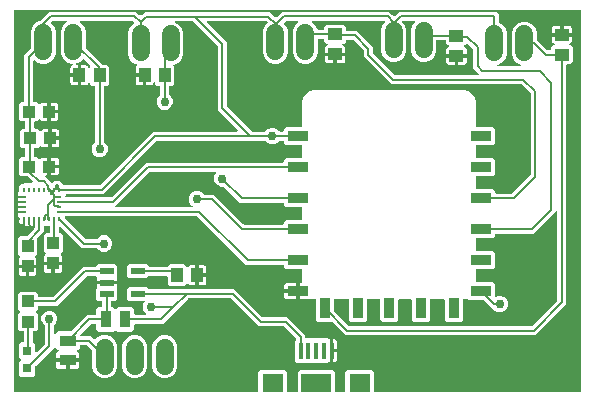
<source format=gbr>
G04 EAGLE Gerber RS-274X export*
G75*
%MOMM*%
%FSLAX34Y34*%
%LPD*%
%INTop Copper*%
%IPPOS*%
%AMOC8*
5,1,8,0,0,1.08239X$1,22.5*%
G01*
%ADD10R,1.000000X1.100000*%
%ADD11C,1.524000*%
%ADD12R,1.100000X1.000000*%
%ADD13R,1.447800X0.965200*%
%ADD14R,0.965200X1.447800*%
%ADD15R,0.400000X1.450000*%
%ADD16R,1.800000X1.500000*%
%ADD17R,2.500000X1.500000*%
%ADD18R,0.800000X0.800000*%
%ADD19R,1.005600X1.199997*%
%ADD20R,1.199997X1.005600*%
%ADD21R,1.778000X0.914400*%
%ADD22R,0.914400X1.778000*%
%ADD23R,0.270000X0.450000*%
%ADD24R,0.450000X0.270000*%
%ADD25R,1.200000X0.600000*%
%ADD26C,0.152400*%
%ADD27C,0.756400*%

G36*
X216210Y15164D02*
X216210Y15164D01*
X216229Y15162D01*
X216331Y15184D01*
X216433Y15200D01*
X216450Y15210D01*
X216470Y15214D01*
X216559Y15267D01*
X216650Y15316D01*
X216664Y15330D01*
X216681Y15340D01*
X216748Y15419D01*
X216820Y15494D01*
X216828Y15512D01*
X216841Y15527D01*
X216880Y15623D01*
X216923Y15717D01*
X216925Y15737D01*
X216933Y15755D01*
X216951Y15922D01*
X216951Y32063D01*
X218737Y33849D01*
X239263Y33849D01*
X241049Y32063D01*
X241049Y15922D01*
X241052Y15902D01*
X241050Y15883D01*
X241072Y15781D01*
X241088Y15679D01*
X241098Y15662D01*
X241102Y15642D01*
X241155Y15553D01*
X241204Y15462D01*
X241218Y15448D01*
X241228Y15431D01*
X241307Y15364D01*
X241382Y15292D01*
X241400Y15284D01*
X241415Y15271D01*
X241511Y15232D01*
X241605Y15189D01*
X241625Y15187D01*
X241643Y15179D01*
X241810Y15161D01*
X249540Y15161D01*
X249560Y15164D01*
X249579Y15162D01*
X249681Y15184D01*
X249783Y15200D01*
X249800Y15210D01*
X249820Y15214D01*
X249909Y15267D01*
X250000Y15316D01*
X250014Y15330D01*
X250031Y15340D01*
X250098Y15419D01*
X250170Y15494D01*
X250178Y15512D01*
X250191Y15527D01*
X250230Y15623D01*
X250273Y15717D01*
X250275Y15737D01*
X250283Y15755D01*
X250301Y15922D01*
X250301Y32063D01*
X252087Y33849D01*
X279613Y33849D01*
X281399Y32063D01*
X281399Y15922D01*
X281402Y15902D01*
X281400Y15883D01*
X281422Y15781D01*
X281438Y15679D01*
X281448Y15662D01*
X281452Y15642D01*
X281505Y15553D01*
X281554Y15462D01*
X281568Y15448D01*
X281578Y15431D01*
X281657Y15364D01*
X281732Y15292D01*
X281750Y15284D01*
X281765Y15271D01*
X281861Y15232D01*
X281955Y15189D01*
X281975Y15187D01*
X281993Y15179D01*
X282160Y15161D01*
X289890Y15161D01*
X289910Y15164D01*
X289929Y15162D01*
X290031Y15184D01*
X290133Y15200D01*
X290150Y15210D01*
X290170Y15214D01*
X290259Y15267D01*
X290350Y15316D01*
X290364Y15330D01*
X290381Y15340D01*
X290448Y15419D01*
X290520Y15494D01*
X290528Y15512D01*
X290541Y15527D01*
X290580Y15623D01*
X290623Y15717D01*
X290625Y15737D01*
X290633Y15755D01*
X290651Y15922D01*
X290651Y32063D01*
X292437Y33849D01*
X312963Y33849D01*
X314749Y32063D01*
X314749Y15922D01*
X314752Y15902D01*
X314750Y15883D01*
X314772Y15781D01*
X314788Y15679D01*
X314798Y15662D01*
X314802Y15642D01*
X314855Y15553D01*
X314904Y15462D01*
X314918Y15448D01*
X314928Y15431D01*
X315007Y15364D01*
X315082Y15292D01*
X315100Y15284D01*
X315115Y15271D01*
X315211Y15232D01*
X315305Y15189D01*
X315325Y15187D01*
X315343Y15179D01*
X315510Y15161D01*
X489078Y15161D01*
X489098Y15164D01*
X489117Y15162D01*
X489219Y15184D01*
X489321Y15200D01*
X489338Y15210D01*
X489358Y15214D01*
X489447Y15267D01*
X489538Y15316D01*
X489552Y15330D01*
X489569Y15340D01*
X489636Y15419D01*
X489708Y15494D01*
X489716Y15512D01*
X489729Y15527D01*
X489768Y15623D01*
X489811Y15717D01*
X489813Y15737D01*
X489821Y15755D01*
X489839Y15922D01*
X489839Y338378D01*
X489836Y338398D01*
X489838Y338417D01*
X489816Y338519D01*
X489800Y338621D01*
X489790Y338638D01*
X489786Y338658D01*
X489733Y338747D01*
X489684Y338838D01*
X489670Y338852D01*
X489660Y338869D01*
X489581Y338936D01*
X489506Y339008D01*
X489488Y339016D01*
X489473Y339029D01*
X489377Y339068D01*
X489283Y339111D01*
X489263Y339113D01*
X489245Y339121D01*
X489078Y339139D01*
X10922Y339139D01*
X10902Y339136D01*
X10883Y339138D01*
X10781Y339116D01*
X10679Y339100D01*
X10662Y339090D01*
X10642Y339086D01*
X10553Y339033D01*
X10462Y338984D01*
X10448Y338970D01*
X10431Y338960D01*
X10364Y338881D01*
X10292Y338806D01*
X10284Y338788D01*
X10271Y338773D01*
X10232Y338677D01*
X10189Y338583D01*
X10187Y338563D01*
X10179Y338545D01*
X10161Y338378D01*
X10161Y15922D01*
X10164Y15902D01*
X10162Y15883D01*
X10184Y15781D01*
X10200Y15679D01*
X10210Y15662D01*
X10214Y15642D01*
X10267Y15553D01*
X10316Y15462D01*
X10330Y15448D01*
X10340Y15431D01*
X10419Y15364D01*
X10494Y15292D01*
X10512Y15284D01*
X10527Y15271D01*
X10623Y15232D01*
X10717Y15189D01*
X10737Y15187D01*
X10755Y15179D01*
X10922Y15161D01*
X216190Y15161D01*
X216210Y15164D01*
G37*
%LPC*%
G36*
X290772Y63689D02*
X290772Y63689D01*
X280080Y74380D01*
X280064Y74392D01*
X280052Y74408D01*
X279965Y74464D01*
X279881Y74524D01*
X279862Y74530D01*
X279845Y74541D01*
X279744Y74566D01*
X279646Y74596D01*
X279626Y74596D01*
X279606Y74601D01*
X279503Y74593D01*
X279400Y74590D01*
X279381Y74583D01*
X279361Y74581D01*
X279314Y74561D01*
X267515Y74561D01*
X265729Y76347D01*
X265729Y93316D01*
X265726Y93336D01*
X265728Y93355D01*
X265706Y93457D01*
X265690Y93559D01*
X265680Y93576D01*
X265676Y93596D01*
X265623Y93685D01*
X265574Y93776D01*
X265560Y93790D01*
X265550Y93807D01*
X265471Y93874D01*
X265396Y93946D01*
X265378Y93954D01*
X265363Y93967D01*
X265267Y94006D01*
X265173Y94049D01*
X265153Y94051D01*
X265135Y94059D01*
X264968Y94077D01*
X262827Y94077D01*
X261639Y94569D01*
X261526Y94596D01*
X261412Y94625D01*
X261406Y94624D01*
X261400Y94626D01*
X261284Y94615D01*
X261167Y94606D01*
X261161Y94603D01*
X261155Y94603D01*
X261048Y94555D01*
X260940Y94509D01*
X260935Y94505D01*
X260930Y94503D01*
X260917Y94490D01*
X260809Y94404D01*
X260800Y94395D01*
X260221Y94060D01*
X259574Y93887D01*
X251873Y93887D01*
X251873Y100238D01*
X251870Y100258D01*
X251872Y100277D01*
X251850Y100379D01*
X251833Y100481D01*
X251824Y100498D01*
X251820Y100518D01*
X251767Y100607D01*
X251718Y100698D01*
X251704Y100712D01*
X251694Y100729D01*
X251615Y100796D01*
X251540Y100867D01*
X251522Y100876D01*
X251507Y100889D01*
X251411Y100928D01*
X251317Y100971D01*
X251297Y100973D01*
X251279Y100981D01*
X251112Y100999D01*
X250349Y100999D01*
X250349Y101001D01*
X251112Y101001D01*
X251132Y101004D01*
X251151Y101002D01*
X251253Y101024D01*
X251355Y101041D01*
X251372Y101050D01*
X251392Y101054D01*
X251481Y101107D01*
X251572Y101156D01*
X251586Y101170D01*
X251603Y101180D01*
X251670Y101259D01*
X251741Y101334D01*
X251750Y101352D01*
X251763Y101367D01*
X251802Y101463D01*
X251845Y101557D01*
X251847Y101577D01*
X251855Y101595D01*
X251873Y101762D01*
X251873Y108113D01*
X253316Y108113D01*
X253336Y108116D01*
X253355Y108114D01*
X253457Y108136D01*
X253559Y108152D01*
X253576Y108162D01*
X253596Y108166D01*
X253685Y108219D01*
X253776Y108268D01*
X253790Y108282D01*
X253807Y108292D01*
X253874Y108371D01*
X253946Y108446D01*
X253954Y108464D01*
X253967Y108479D01*
X254006Y108575D01*
X254049Y108669D01*
X254051Y108689D01*
X254059Y108707D01*
X254077Y108874D01*
X254077Y118868D01*
X254074Y118888D01*
X254076Y118907D01*
X254054Y119009D01*
X254038Y119111D01*
X254028Y119128D01*
X254024Y119148D01*
X253971Y119237D01*
X253922Y119328D01*
X253908Y119342D01*
X253898Y119359D01*
X253819Y119426D01*
X253744Y119498D01*
X253726Y119506D01*
X253711Y119519D01*
X253615Y119558D01*
X253521Y119601D01*
X253501Y119603D01*
X253483Y119611D01*
X253316Y119629D01*
X240197Y119629D01*
X238411Y121415D01*
X238411Y122678D01*
X238408Y122698D01*
X238410Y122717D01*
X238388Y122819D01*
X238372Y122921D01*
X238362Y122938D01*
X238358Y122958D01*
X238305Y123047D01*
X238256Y123138D01*
X238242Y123152D01*
X238232Y123169D01*
X238153Y123236D01*
X238078Y123308D01*
X238060Y123316D01*
X238045Y123329D01*
X237949Y123368D01*
X237855Y123411D01*
X237835Y123413D01*
X237817Y123421D01*
X237650Y123439D01*
X206172Y123439D01*
X165694Y163916D01*
X165621Y163969D01*
X165551Y164029D01*
X165521Y164041D01*
X165495Y164060D01*
X165408Y164087D01*
X165323Y164121D01*
X165282Y164125D01*
X165260Y164132D01*
X165227Y164131D01*
X165156Y164139D01*
X53725Y164139D01*
X53636Y164125D01*
X53545Y164118D01*
X53515Y164105D01*
X53483Y164100D01*
X53402Y164057D01*
X53319Y164021D01*
X53286Y163995D01*
X53265Y163984D01*
X53243Y163961D01*
X53188Y163917D01*
X53169Y163898D01*
X53157Y163882D01*
X53141Y163869D01*
X53111Y163822D01*
X53096Y163806D01*
X53084Y163780D01*
X53025Y163698D01*
X53019Y163679D01*
X53008Y163662D01*
X52983Y163562D01*
X52952Y163463D01*
X52953Y163443D01*
X52948Y163423D01*
X52956Y163321D01*
X52959Y163217D01*
X52966Y163198D01*
X52967Y163178D01*
X53007Y163083D01*
X53043Y162986D01*
X53056Y162971D01*
X53063Y162952D01*
X53168Y162821D01*
X70706Y145284D01*
X70779Y145231D01*
X70849Y145171D01*
X70879Y145159D01*
X70905Y145140D01*
X70992Y145113D01*
X71077Y145079D01*
X71118Y145075D01*
X71140Y145068D01*
X71173Y145069D01*
X71244Y145061D01*
X80085Y145061D01*
X80175Y145075D01*
X80266Y145083D01*
X80296Y145095D01*
X80328Y145100D01*
X80409Y145143D01*
X80493Y145179D01*
X80525Y145205D01*
X80545Y145216D01*
X80568Y145239D01*
X80624Y145284D01*
X82381Y147041D01*
X84891Y148081D01*
X87609Y148081D01*
X90119Y147041D01*
X92041Y145119D01*
X93081Y142609D01*
X93081Y139891D01*
X92041Y137381D01*
X90119Y135459D01*
X87609Y134419D01*
X84891Y134419D01*
X82381Y135459D01*
X80624Y137216D01*
X80550Y137269D01*
X80480Y137329D01*
X80450Y137341D01*
X80424Y137360D01*
X80337Y137387D01*
X80252Y137421D01*
X80211Y137425D01*
X80189Y137432D01*
X80157Y137431D01*
X80085Y137439D01*
X67772Y137439D01*
X65316Y139894D01*
X49260Y155951D01*
X49202Y155992D01*
X49150Y156042D01*
X49103Y156064D01*
X49061Y156094D01*
X48992Y156115D01*
X48927Y156145D01*
X48875Y156151D01*
X48825Y156166D01*
X48754Y156165D01*
X48683Y156172D01*
X48632Y156161D01*
X48580Y156160D01*
X48512Y156135D01*
X48442Y156120D01*
X48397Y156094D01*
X48349Y156076D01*
X48293Y156031D01*
X48231Y155994D01*
X48197Y155954D01*
X48157Y155922D01*
X48118Y155862D01*
X48071Y155807D01*
X48052Y155759D01*
X48024Y155715D01*
X48006Y155646D01*
X47979Y155579D01*
X47971Y155508D01*
X47963Y155476D01*
X47965Y155453D01*
X47961Y155412D01*
X47961Y150710D01*
X47964Y150690D01*
X47962Y150671D01*
X47984Y150569D01*
X48000Y150467D01*
X48010Y150450D01*
X48014Y150430D01*
X48067Y150341D01*
X48116Y150250D01*
X48130Y150236D01*
X48140Y150219D01*
X48219Y150152D01*
X48294Y150080D01*
X48312Y150072D01*
X48327Y150059D01*
X48423Y150020D01*
X48517Y149977D01*
X48537Y149975D01*
X48555Y149967D01*
X48722Y149949D01*
X49363Y149949D01*
X51149Y148163D01*
X51149Y134637D01*
X49591Y133079D01*
X49579Y133063D01*
X49563Y133050D01*
X49507Y132963D01*
X49447Y132879D01*
X49441Y132860D01*
X49430Y132844D01*
X49405Y132743D01*
X49375Y132644D01*
X49375Y132624D01*
X49370Y132605D01*
X49378Y132502D01*
X49381Y132398D01*
X49388Y132380D01*
X49390Y132360D01*
X49430Y132265D01*
X49466Y132167D01*
X49478Y132152D01*
X49486Y132133D01*
X49591Y132003D01*
X50133Y131460D01*
X50468Y130881D01*
X50641Y130234D01*
X50641Y125923D01*
X43862Y125923D01*
X43842Y125920D01*
X43823Y125922D01*
X43721Y125900D01*
X43619Y125883D01*
X43602Y125874D01*
X43582Y125870D01*
X43493Y125817D01*
X43402Y125768D01*
X43388Y125754D01*
X43371Y125744D01*
X43304Y125665D01*
X43233Y125590D01*
X43224Y125572D01*
X43211Y125557D01*
X43172Y125461D01*
X43129Y125367D01*
X43127Y125347D01*
X43119Y125329D01*
X43101Y125162D01*
X43101Y124399D01*
X43099Y124399D01*
X43099Y125162D01*
X43096Y125182D01*
X43098Y125201D01*
X43076Y125303D01*
X43059Y125405D01*
X43050Y125422D01*
X43046Y125442D01*
X42993Y125531D01*
X42944Y125622D01*
X42930Y125636D01*
X42920Y125653D01*
X42841Y125720D01*
X42766Y125791D01*
X42748Y125800D01*
X42733Y125813D01*
X42637Y125852D01*
X42543Y125895D01*
X42523Y125897D01*
X42505Y125905D01*
X42338Y125923D01*
X35559Y125923D01*
X35559Y130234D01*
X35732Y130881D01*
X36067Y131460D01*
X36609Y132003D01*
X36621Y132019D01*
X36637Y132031D01*
X36693Y132119D01*
X36753Y132202D01*
X36759Y132221D01*
X36770Y132238D01*
X36795Y132339D01*
X36825Y132437D01*
X36825Y132457D01*
X36830Y132477D01*
X36822Y132580D01*
X36819Y132683D01*
X36812Y132702D01*
X36810Y132722D01*
X36770Y132817D01*
X36734Y132914D01*
X36722Y132930D01*
X36714Y132948D01*
X36609Y133079D01*
X35051Y134637D01*
X35051Y148163D01*
X36837Y149949D01*
X39578Y149949D01*
X39598Y149952D01*
X39617Y149950D01*
X39719Y149972D01*
X39821Y149988D01*
X39838Y149998D01*
X39858Y150002D01*
X39947Y150055D01*
X40038Y150104D01*
X40052Y150118D01*
X40069Y150128D01*
X40136Y150207D01*
X40208Y150282D01*
X40216Y150300D01*
X40229Y150315D01*
X40268Y150411D01*
X40311Y150505D01*
X40313Y150525D01*
X40321Y150543D01*
X40339Y150710D01*
X40339Y155531D01*
X40328Y155601D01*
X40326Y155673D01*
X40308Y155722D01*
X40300Y155773D01*
X40266Y155837D01*
X40241Y155904D01*
X40209Y155945D01*
X40184Y155991D01*
X40133Y156040D01*
X40088Y156096D01*
X40044Y156124D01*
X40006Y156160D01*
X39941Y156190D01*
X39881Y156229D01*
X39830Y156242D01*
X39783Y156264D01*
X39712Y156272D01*
X39642Y156289D01*
X39590Y156285D01*
X39539Y156291D01*
X39468Y156276D01*
X39397Y156270D01*
X39349Y156250D01*
X39298Y156239D01*
X39237Y156202D01*
X39171Y156174D01*
X39115Y156129D01*
X39087Y156112D01*
X39074Y156097D01*
X36321Y156097D01*
X36302Y156111D01*
X36250Y156160D01*
X36203Y156182D01*
X36161Y156213D01*
X36092Y156234D01*
X36027Y156264D01*
X35975Y156270D01*
X35926Y156285D01*
X35854Y156283D01*
X35783Y156291D01*
X35732Y156280D01*
X35680Y156279D01*
X35612Y156254D01*
X35542Y156239D01*
X35497Y156212D01*
X35449Y156194D01*
X35393Y156149D01*
X35331Y156112D01*
X35297Y156073D01*
X35257Y156040D01*
X35218Y155980D01*
X35171Y155926D01*
X35152Y155877D01*
X35124Y155834D01*
X35106Y155764D01*
X35079Y155697D01*
X35071Y155626D01*
X35063Y155595D01*
X35065Y155572D01*
X35061Y155531D01*
X35061Y150822D01*
X29772Y145532D01*
X29719Y145459D01*
X29659Y145389D01*
X29647Y145359D01*
X29628Y145333D01*
X29601Y145246D01*
X29567Y145161D01*
X29563Y145120D01*
X29556Y145098D01*
X29557Y145065D01*
X29549Y144994D01*
X29549Y132137D01*
X27991Y130579D01*
X27979Y130563D01*
X27963Y130550D01*
X27907Y130463D01*
X27847Y130379D01*
X27841Y130360D01*
X27830Y130344D01*
X27805Y130243D01*
X27775Y130144D01*
X27775Y130124D01*
X27770Y130105D01*
X27778Y130002D01*
X27781Y129898D01*
X27788Y129880D01*
X27790Y129860D01*
X27830Y129765D01*
X27866Y129667D01*
X27878Y129652D01*
X27886Y129633D01*
X27991Y129503D01*
X28533Y128960D01*
X28868Y128381D01*
X29041Y127734D01*
X29041Y123423D01*
X22262Y123423D01*
X22242Y123420D01*
X22223Y123422D01*
X22121Y123400D01*
X22019Y123383D01*
X22002Y123374D01*
X21982Y123370D01*
X21893Y123317D01*
X21802Y123268D01*
X21788Y123254D01*
X21771Y123244D01*
X21704Y123165D01*
X21633Y123090D01*
X21624Y123072D01*
X21611Y123057D01*
X21572Y122961D01*
X21529Y122867D01*
X21527Y122847D01*
X21519Y122829D01*
X21501Y122662D01*
X21501Y121899D01*
X21499Y121899D01*
X21499Y122662D01*
X21496Y122682D01*
X21498Y122701D01*
X21476Y122803D01*
X21459Y122905D01*
X21450Y122922D01*
X21446Y122942D01*
X21393Y123031D01*
X21344Y123122D01*
X21330Y123136D01*
X21320Y123153D01*
X21241Y123220D01*
X21166Y123291D01*
X21148Y123300D01*
X21133Y123313D01*
X21037Y123352D01*
X20943Y123395D01*
X20923Y123397D01*
X20905Y123405D01*
X20738Y123423D01*
X13959Y123423D01*
X13959Y127734D01*
X14132Y128381D01*
X14467Y128960D01*
X15009Y129503D01*
X15021Y129519D01*
X15037Y129531D01*
X15093Y129619D01*
X15153Y129702D01*
X15159Y129721D01*
X15170Y129738D01*
X15195Y129839D01*
X15225Y129937D01*
X15225Y129957D01*
X15230Y129977D01*
X15222Y130080D01*
X15219Y130183D01*
X15212Y130202D01*
X15210Y130222D01*
X15170Y130317D01*
X15134Y130414D01*
X15122Y130430D01*
X15114Y130448D01*
X15009Y130579D01*
X13451Y132137D01*
X13451Y145663D01*
X15237Y147449D01*
X20594Y147449D01*
X20684Y147463D01*
X20775Y147471D01*
X20805Y147483D01*
X20837Y147488D01*
X20918Y147531D01*
X21002Y147567D01*
X21034Y147593D01*
X21054Y147604D01*
X21077Y147627D01*
X21132Y147672D01*
X27216Y153756D01*
X27269Y153829D01*
X27329Y153899D01*
X27341Y153929D01*
X27360Y153955D01*
X27387Y154042D01*
X27421Y154127D01*
X27425Y154168D01*
X27432Y154190D01*
X27431Y154223D01*
X27439Y154294D01*
X27439Y155531D01*
X27428Y155601D01*
X27426Y155673D01*
X27408Y155722D01*
X27400Y155773D01*
X27366Y155837D01*
X27341Y155904D01*
X27309Y155945D01*
X27284Y155991D01*
X27233Y156040D01*
X27188Y156096D01*
X27144Y156124D01*
X27106Y156160D01*
X27041Y156190D01*
X26981Y156229D01*
X26930Y156242D01*
X26883Y156264D01*
X26812Y156272D01*
X26742Y156289D01*
X26690Y156285D01*
X26639Y156291D01*
X26568Y156276D01*
X26497Y156270D01*
X26449Y156250D01*
X26398Y156239D01*
X26337Y156202D01*
X26271Y156174D01*
X26215Y156129D01*
X26187Y156112D01*
X26174Y156097D01*
X23432Y156097D01*
X23188Y156341D01*
X23172Y156353D01*
X23160Y156368D01*
X23073Y156424D01*
X22989Y156484D01*
X22970Y156490D01*
X22953Y156501D01*
X22852Y156526D01*
X22754Y156557D01*
X22734Y156556D01*
X22714Y156561D01*
X22611Y156553D01*
X22508Y156550D01*
X22489Y156544D01*
X22469Y156542D01*
X22374Y156502D01*
X22277Y156466D01*
X22261Y156454D01*
X22243Y156446D01*
X22112Y156341D01*
X21868Y156097D01*
X19132Y156097D01*
X18093Y157136D01*
X18019Y157189D01*
X17950Y157249D01*
X17919Y157261D01*
X17893Y157280D01*
X17806Y157307D01*
X17721Y157341D01*
X17680Y157345D01*
X17658Y157352D01*
X17626Y157351D01*
X17555Y157359D01*
X16666Y157359D01*
X16019Y157532D01*
X15440Y157867D01*
X14967Y158340D01*
X14632Y158919D01*
X14459Y159566D01*
X14459Y161408D01*
X14481Y161410D01*
X14512Y161423D01*
X14546Y161428D01*
X14625Y161470D01*
X14707Y161505D01*
X14733Y161527D01*
X14763Y161543D01*
X14825Y161608D01*
X14892Y161668D01*
X14909Y161697D01*
X14932Y161722D01*
X14970Y161803D01*
X15015Y161881D01*
X15022Y161914D01*
X15036Y161945D01*
X15046Y162034D01*
X15064Y162122D01*
X15059Y162155D01*
X15063Y162189D01*
X15044Y162277D01*
X15033Y162366D01*
X15018Y162396D01*
X15011Y162430D01*
X14965Y162507D01*
X14926Y162587D01*
X14897Y162620D01*
X14885Y162641D01*
X14884Y162641D01*
X14860Y162661D01*
X14815Y162713D01*
X14753Y162753D01*
X14697Y162801D01*
X14650Y162820D01*
X14608Y162847D01*
X14537Y162865D01*
X14469Y162893D01*
X14441Y162896D01*
X14437Y162936D01*
X14425Y162965D01*
X14420Y162997D01*
X14377Y163078D01*
X14341Y163162D01*
X14315Y163194D01*
X14304Y163215D01*
X14281Y163237D01*
X14236Y163293D01*
X13097Y164432D01*
X13097Y167168D01*
X13341Y167412D01*
X13353Y167428D01*
X13368Y167440D01*
X13424Y167527D01*
X13484Y167611D01*
X13490Y167630D01*
X13501Y167647D01*
X13526Y167748D01*
X13557Y167847D01*
X13556Y167867D01*
X13561Y167886D01*
X13553Y167989D01*
X13550Y168092D01*
X13544Y168111D01*
X13542Y168131D01*
X13502Y168226D01*
X13466Y168323D01*
X13454Y168339D01*
X13446Y168357D01*
X13341Y168488D01*
X13097Y168732D01*
X13097Y171468D01*
X13341Y171712D01*
X13353Y171728D01*
X13368Y171740D01*
X13424Y171827D01*
X13484Y171911D01*
X13490Y171930D01*
X13501Y171947D01*
X13526Y172048D01*
X13557Y172147D01*
X13556Y172167D01*
X13561Y172186D01*
X13553Y172289D01*
X13550Y172392D01*
X13544Y172411D01*
X13542Y172431D01*
X13502Y172526D01*
X13466Y172623D01*
X13454Y172639D01*
X13446Y172657D01*
X13341Y172788D01*
X13097Y173032D01*
X13097Y175768D01*
X13341Y176012D01*
X13353Y176028D01*
X13368Y176040D01*
X13397Y176085D01*
X13428Y176118D01*
X13448Y176160D01*
X13484Y176211D01*
X13490Y176230D01*
X13501Y176247D01*
X13517Y176308D01*
X13532Y176341D01*
X13536Y176378D01*
X13557Y176446D01*
X13556Y176466D01*
X13561Y176486D01*
X13556Y176558D01*
X13559Y176585D01*
X13553Y176613D01*
X13550Y176692D01*
X13544Y176711D01*
X13542Y176731D01*
X13511Y176804D01*
X13506Y176826D01*
X13495Y176845D01*
X13466Y176923D01*
X13454Y176939D01*
X13446Y176957D01*
X13341Y177088D01*
X13097Y177332D01*
X13097Y180068D01*
X13341Y180312D01*
X13353Y180328D01*
X13368Y180340D01*
X13424Y180427D01*
X13484Y180511D01*
X13490Y180530D01*
X13501Y180547D01*
X13526Y180648D01*
X13557Y180746D01*
X13556Y180766D01*
X13561Y180786D01*
X13553Y180889D01*
X13550Y180992D01*
X13544Y181011D01*
X13542Y181031D01*
X13502Y181126D01*
X13466Y181223D01*
X13454Y181239D01*
X13446Y181257D01*
X13341Y181388D01*
X13097Y181632D01*
X13097Y184368D01*
X13728Y184999D01*
X13781Y185073D01*
X13841Y185142D01*
X13853Y185173D01*
X13872Y185199D01*
X13899Y185286D01*
X13933Y185371D01*
X13937Y185412D01*
X13944Y185434D01*
X13943Y185466D01*
X13951Y185537D01*
X13951Y190163D01*
X15737Y191949D01*
X18063Y191949D01*
X18153Y191963D01*
X18244Y191971D01*
X18273Y191983D01*
X18305Y191988D01*
X18386Y192031D01*
X18470Y192067D01*
X18502Y192093D01*
X18523Y192104D01*
X18545Y192127D01*
X18601Y192172D01*
X19132Y192703D01*
X21868Y192703D01*
X22112Y192459D01*
X22128Y192447D01*
X22140Y192432D01*
X22227Y192376D01*
X22311Y192316D01*
X22330Y192310D01*
X22347Y192299D01*
X22448Y192274D01*
X22547Y192243D01*
X22567Y192244D01*
X22586Y192239D01*
X22689Y192247D01*
X22792Y192250D01*
X22811Y192256D01*
X22831Y192258D01*
X22926Y192298D01*
X23023Y192334D01*
X23039Y192346D01*
X23057Y192354D01*
X23188Y192459D01*
X23432Y192703D01*
X25070Y192703D01*
X25141Y192714D01*
X25213Y192716D01*
X25262Y192734D01*
X25313Y192742D01*
X25376Y192776D01*
X25444Y192801D01*
X25484Y192833D01*
X25530Y192858D01*
X25580Y192910D01*
X25636Y192954D01*
X25664Y192998D01*
X25700Y193036D01*
X25730Y193101D01*
X25769Y193161D01*
X25781Y193212D01*
X25803Y193259D01*
X25811Y193330D01*
X25829Y193400D01*
X25825Y193452D01*
X25830Y193503D01*
X25815Y193574D01*
X25810Y193645D01*
X25789Y193693D01*
X25778Y193744D01*
X25741Y193805D01*
X25713Y193871D01*
X25669Y193927D01*
X25652Y193955D01*
X25634Y193970D01*
X25609Y194002D01*
X21494Y198116D01*
X21482Y198128D01*
X21409Y198181D01*
X21339Y198241D01*
X21309Y198253D01*
X21283Y198272D01*
X21196Y198299D01*
X21111Y198333D01*
X21070Y198337D01*
X21048Y198344D01*
X21015Y198343D01*
X20944Y198351D01*
X16087Y198351D01*
X14301Y200137D01*
X14301Y212663D01*
X16087Y214449D01*
X18878Y214449D01*
X18898Y214452D01*
X18917Y214450D01*
X19019Y214472D01*
X19121Y214488D01*
X19138Y214498D01*
X19158Y214502D01*
X19247Y214555D01*
X19338Y214604D01*
X19352Y214618D01*
X19369Y214628D01*
X19436Y214707D01*
X19508Y214782D01*
X19516Y214800D01*
X19529Y214815D01*
X19568Y214911D01*
X19611Y215005D01*
X19613Y215025D01*
X19621Y215043D01*
X19639Y215210D01*
X19639Y221590D01*
X19636Y221610D01*
X19638Y221629D01*
X19616Y221731D01*
X19600Y221833D01*
X19590Y221850D01*
X19586Y221870D01*
X19533Y221959D01*
X19484Y222050D01*
X19470Y222064D01*
X19460Y222081D01*
X19381Y222148D01*
X19306Y222220D01*
X19288Y222228D01*
X19273Y222241D01*
X19177Y222280D01*
X19083Y222323D01*
X19063Y222325D01*
X19045Y222333D01*
X18878Y222351D01*
X16687Y222351D01*
X14901Y224137D01*
X14901Y236663D01*
X16687Y238449D01*
X18878Y238449D01*
X18898Y238452D01*
X18917Y238450D01*
X19019Y238472D01*
X19121Y238488D01*
X19138Y238498D01*
X19158Y238502D01*
X19247Y238555D01*
X19338Y238604D01*
X19352Y238618D01*
X19369Y238628D01*
X19436Y238707D01*
X19508Y238782D01*
X19516Y238800D01*
X19529Y238815D01*
X19568Y238911D01*
X19611Y239005D01*
X19613Y239025D01*
X19621Y239043D01*
X19639Y239210D01*
X19639Y244090D01*
X19636Y244110D01*
X19638Y244129D01*
X19616Y244231D01*
X19600Y244333D01*
X19590Y244350D01*
X19586Y244370D01*
X19533Y244459D01*
X19484Y244550D01*
X19470Y244564D01*
X19460Y244581D01*
X19381Y244648D01*
X19306Y244720D01*
X19288Y244728D01*
X19273Y244741D01*
X19177Y244780D01*
X19083Y244823D01*
X19063Y244825D01*
X19045Y244833D01*
X18878Y244851D01*
X15787Y244851D01*
X14001Y246637D01*
X14001Y259163D01*
X15787Y260949D01*
X17978Y260949D01*
X17998Y260952D01*
X18017Y260950D01*
X18119Y260972D01*
X18221Y260988D01*
X18238Y260998D01*
X18258Y261002D01*
X18347Y261055D01*
X18438Y261104D01*
X18452Y261118D01*
X18469Y261128D01*
X18536Y261207D01*
X18608Y261282D01*
X18616Y261300D01*
X18629Y261315D01*
X18668Y261411D01*
X18711Y261505D01*
X18713Y261525D01*
X18721Y261543D01*
X18739Y261710D01*
X18739Y301028D01*
X23958Y306248D01*
X24011Y306321D01*
X24071Y306391D01*
X24083Y306421D01*
X24102Y306447D01*
X24129Y306534D01*
X24163Y306619D01*
X24167Y306660D01*
X24174Y306682D01*
X24173Y306715D01*
X24181Y306786D01*
X24181Y321492D01*
X25805Y325413D01*
X28807Y328415D01*
X31601Y329572D01*
X31657Y329606D01*
X31717Y329632D01*
X31782Y329684D01*
X31810Y329701D01*
X31822Y329717D01*
X31848Y329737D01*
X39672Y337561D01*
X113478Y337561D01*
X115934Y335106D01*
X115934Y335105D01*
X116662Y334377D01*
X116678Y334366D01*
X116690Y334350D01*
X116777Y334294D01*
X116861Y334234D01*
X116881Y334228D01*
X116897Y334217D01*
X116998Y334192D01*
X117097Y334162D01*
X117116Y334162D01*
X117136Y334157D01*
X117239Y334165D01*
X117342Y334168D01*
X117361Y334175D01*
X117381Y334176D01*
X117476Y334217D01*
X117573Y334252D01*
X117589Y334265D01*
X117607Y334273D01*
X117738Y334377D01*
X118094Y334733D01*
X118094Y334734D01*
X120550Y337189D01*
X226950Y337189D01*
X229406Y334733D01*
X231337Y332802D01*
X231353Y332791D01*
X231365Y332775D01*
X231441Y332727D01*
X231458Y332712D01*
X231468Y332708D01*
X231536Y332659D01*
X231555Y332653D01*
X231572Y332642D01*
X231673Y332617D01*
X231772Y332587D01*
X231791Y332587D01*
X231811Y332582D01*
X231914Y332590D01*
X232017Y332593D01*
X232036Y332600D01*
X232056Y332601D01*
X232151Y332642D01*
X232248Y332677D01*
X232264Y332690D01*
X232282Y332698D01*
X232353Y332755D01*
X232358Y332757D01*
X232362Y332761D01*
X232413Y332802D01*
X237172Y337561D01*
X327828Y337561D01*
X330284Y335105D01*
X331337Y334052D01*
X331353Y334041D01*
X331365Y334025D01*
X331453Y333969D01*
X331536Y333909D01*
X331555Y333903D01*
X331572Y333892D01*
X331673Y333867D01*
X331772Y333837D01*
X331791Y333837D01*
X331811Y333832D01*
X331914Y333840D01*
X332017Y333843D01*
X332036Y333850D01*
X332056Y333851D01*
X332151Y333892D01*
X332248Y333927D01*
X332264Y333940D01*
X332282Y333948D01*
X332413Y334052D01*
X335922Y337561D01*
X418278Y337561D01*
X420511Y335328D01*
X420511Y328748D01*
X420530Y328633D01*
X420547Y328517D01*
X420549Y328511D01*
X420550Y328505D01*
X420605Y328403D01*
X420658Y328298D01*
X420663Y328293D01*
X420666Y328288D01*
X420750Y328208D01*
X420834Y328126D01*
X420840Y328122D01*
X420844Y328118D01*
X420861Y328111D01*
X420981Y328045D01*
X422743Y327315D01*
X425745Y324313D01*
X427369Y320392D01*
X427369Y300908D01*
X425745Y296987D01*
X422743Y293985D01*
X419822Y292775D01*
X419739Y292724D01*
X419653Y292678D01*
X419635Y292660D01*
X419613Y292646D01*
X419550Y292570D01*
X419483Y292500D01*
X419472Y292476D01*
X419456Y292456D01*
X419421Y292365D01*
X419380Y292277D01*
X419377Y292251D01*
X419368Y292227D01*
X419363Y292129D01*
X419353Y292033D01*
X419358Y292007D01*
X419357Y291981D01*
X419384Y291887D01*
X419405Y291792D01*
X419418Y291770D01*
X419426Y291745D01*
X419481Y291665D01*
X419531Y291581D01*
X419551Y291564D01*
X419566Y291543D01*
X419644Y291484D01*
X419718Y291421D01*
X419742Y291411D01*
X419763Y291396D01*
X419856Y291366D01*
X419946Y291329D01*
X419979Y291326D01*
X419997Y291320D01*
X420030Y291320D01*
X420113Y291311D01*
X438687Y291311D01*
X438783Y291326D01*
X438880Y291336D01*
X438904Y291346D01*
X438930Y291350D01*
X439016Y291396D01*
X439105Y291436D01*
X439124Y291453D01*
X439147Y291466D01*
X439214Y291536D01*
X439286Y291602D01*
X439299Y291625D01*
X439317Y291644D01*
X439358Y291732D01*
X439405Y291818D01*
X439409Y291843D01*
X439420Y291867D01*
X439431Y291964D01*
X439448Y292060D01*
X439444Y292086D01*
X439447Y292111D01*
X439427Y292207D01*
X439412Y292303D01*
X439401Y292326D01*
X439395Y292352D01*
X439345Y292435D01*
X439301Y292522D01*
X439282Y292541D01*
X439269Y292563D01*
X439195Y292626D01*
X439125Y292694D01*
X439097Y292710D01*
X439082Y292723D01*
X439051Y292735D01*
X438978Y292775D01*
X436057Y293985D01*
X433055Y296987D01*
X431431Y300908D01*
X431431Y320392D01*
X433055Y324313D01*
X436057Y327315D01*
X439978Y328939D01*
X444222Y328939D01*
X448143Y327315D01*
X451145Y324313D01*
X452769Y320392D01*
X452769Y314186D01*
X452783Y314096D01*
X452791Y314005D01*
X452803Y313975D01*
X452808Y313943D01*
X452851Y313862D01*
X452887Y313778D01*
X452913Y313746D01*
X452924Y313726D01*
X452947Y313703D01*
X452992Y313648D01*
X461633Y305006D01*
X461707Y304953D01*
X461777Y304893D01*
X461807Y304881D01*
X461833Y304862D01*
X461920Y304835D01*
X462005Y304801D01*
X462046Y304797D01*
X462068Y304790D01*
X462100Y304791D01*
X462172Y304783D01*
X464040Y304783D01*
X464060Y304786D01*
X464080Y304784D01*
X464181Y304806D01*
X464283Y304823D01*
X464300Y304832D01*
X464320Y304836D01*
X464409Y304889D01*
X464500Y304938D01*
X464514Y304952D01*
X464531Y304962D01*
X464598Y305041D01*
X464670Y305116D01*
X464678Y305134D01*
X464691Y305149D01*
X464730Y305245D01*
X464773Y305339D01*
X464775Y305359D01*
X464783Y305377D01*
X464801Y305544D01*
X464801Y307263D01*
X466587Y309049D01*
X466997Y309049D01*
X467021Y309053D01*
X467045Y309050D01*
X467142Y309072D01*
X467240Y309089D01*
X467261Y309100D01*
X467285Y309105D01*
X467370Y309157D01*
X467457Y309204D01*
X467474Y309221D01*
X467495Y309234D01*
X467558Y309310D01*
X467627Y309382D01*
X467637Y309404D01*
X467652Y309422D01*
X467688Y309515D01*
X467730Y309605D01*
X467733Y309629D01*
X467742Y309651D01*
X467747Y309751D01*
X467757Y309849D01*
X467752Y309873D01*
X467754Y309897D01*
X467726Y309993D01*
X467705Y310090D01*
X467693Y310110D01*
X467686Y310134D01*
X467630Y310216D01*
X467579Y310301D01*
X467561Y310317D01*
X467547Y310336D01*
X467468Y310396D01*
X467392Y310461D01*
X467370Y310470D01*
X467351Y310484D01*
X467194Y310545D01*
X466869Y310632D01*
X466290Y310967D01*
X465817Y311440D01*
X465482Y312019D01*
X465309Y312665D01*
X465309Y316505D01*
X473088Y316505D01*
X473108Y316508D01*
X473127Y316506D01*
X473229Y316528D01*
X473331Y316545D01*
X473348Y316554D01*
X473368Y316558D01*
X473457Y316611D01*
X473548Y316660D01*
X473562Y316674D01*
X473579Y316684D01*
X473646Y316763D01*
X473717Y316838D01*
X473726Y316856D01*
X473739Y316871D01*
X473778Y316967D01*
X473821Y317061D01*
X473823Y317081D01*
X473831Y317099D01*
X473849Y317266D01*
X473849Y318029D01*
X473851Y318029D01*
X473851Y317266D01*
X473854Y317246D01*
X473852Y317227D01*
X473874Y317125D01*
X473891Y317023D01*
X473900Y317006D01*
X473904Y316986D01*
X473957Y316897D01*
X474006Y316806D01*
X474020Y316792D01*
X474030Y316775D01*
X474109Y316708D01*
X474184Y316637D01*
X474202Y316628D01*
X474217Y316615D01*
X474313Y316576D01*
X474407Y316533D01*
X474427Y316531D01*
X474445Y316523D01*
X474612Y316505D01*
X482391Y316505D01*
X482391Y312665D01*
X482218Y312019D01*
X481883Y311440D01*
X481410Y310967D01*
X480831Y310632D01*
X480506Y310545D01*
X480484Y310535D01*
X480460Y310532D01*
X480372Y310485D01*
X480282Y310444D01*
X480264Y310428D01*
X480243Y310416D01*
X480174Y310345D01*
X480101Y310277D01*
X480090Y310256D01*
X480073Y310238D01*
X480031Y310148D01*
X479984Y310061D01*
X479980Y310037D01*
X479970Y310015D01*
X479959Y309916D01*
X479942Y309818D01*
X479945Y309794D01*
X479943Y309771D01*
X479964Y309674D01*
X479979Y309575D01*
X479990Y309554D01*
X479995Y309530D01*
X480046Y309445D01*
X480091Y309357D01*
X480109Y309340D01*
X480121Y309319D01*
X480197Y309254D01*
X480268Y309185D01*
X480290Y309175D01*
X480308Y309159D01*
X480400Y309122D01*
X480490Y309079D01*
X480514Y309076D01*
X480536Y309067D01*
X480703Y309049D01*
X481113Y309049D01*
X482899Y307263D01*
X482899Y294681D01*
X481113Y292895D01*
X478422Y292895D01*
X478402Y292892D01*
X478383Y292894D01*
X478281Y292872D01*
X478179Y292856D01*
X478162Y292846D01*
X478142Y292842D01*
X478053Y292789D01*
X477962Y292740D01*
X477948Y292726D01*
X477931Y292716D01*
X477864Y292637D01*
X477792Y292562D01*
X477784Y292544D01*
X477771Y292529D01*
X477732Y292433D01*
X477689Y292339D01*
X477687Y292319D01*
X477679Y292301D01*
X477661Y292134D01*
X477661Y89772D01*
X451578Y63689D01*
X290772Y63689D01*
G37*
%LPD*%
G36*
X82346Y190475D02*
X82346Y190475D01*
X82437Y190483D01*
X82467Y190495D01*
X82499Y190500D01*
X82580Y190543D01*
X82664Y190579D01*
X82696Y190605D01*
X82716Y190616D01*
X82739Y190639D01*
X82794Y190684D01*
X128172Y236061D01*
X198962Y236061D01*
X199033Y236072D01*
X199105Y236074D01*
X199154Y236092D01*
X199205Y236100D01*
X199268Y236134D01*
X199336Y236159D01*
X199376Y236191D01*
X199422Y236216D01*
X199472Y236268D01*
X199528Y236312D01*
X199556Y236356D01*
X199592Y236394D01*
X199622Y236459D01*
X199661Y236519D01*
X199673Y236570D01*
X199695Y236617D01*
X199703Y236688D01*
X199721Y236758D01*
X199717Y236810D01*
X199722Y236861D01*
X199707Y236932D01*
X199702Y237003D01*
X199681Y237051D01*
X199670Y237102D01*
X199633Y237163D01*
X199605Y237229D01*
X199561Y237285D01*
X199544Y237313D01*
X199526Y237328D01*
X199501Y237360D01*
X184894Y251966D01*
X182439Y254422D01*
X182439Y308106D01*
X182425Y308196D01*
X182417Y308287D01*
X182405Y308317D01*
X182400Y308349D01*
X182357Y308429D01*
X182321Y308514D01*
X182295Y308546D01*
X182284Y308566D01*
X182261Y308589D01*
X182216Y308644D01*
X161516Y329344D01*
X161443Y329397D01*
X161373Y329457D01*
X161343Y329469D01*
X161317Y329488D01*
X161230Y329515D01*
X161145Y329549D01*
X161104Y329553D01*
X161082Y329560D01*
X161049Y329559D01*
X160978Y329567D01*
X147032Y329567D01*
X146936Y329552D01*
X146839Y329542D01*
X146815Y329532D01*
X146789Y329528D01*
X146703Y329482D01*
X146614Y329442D01*
X146595Y329425D01*
X146572Y329412D01*
X146505Y329342D01*
X146433Y329276D01*
X146420Y329253D01*
X146402Y329234D01*
X146361Y329146D01*
X146314Y329060D01*
X146310Y329035D01*
X146299Y329011D01*
X146288Y328914D01*
X146271Y328818D01*
X146274Y328792D01*
X146272Y328767D01*
X146292Y328671D01*
X146306Y328575D01*
X146318Y328552D01*
X146324Y328526D01*
X146374Y328443D01*
X146418Y328356D01*
X146437Y328337D01*
X146450Y328315D01*
X146524Y328252D01*
X146593Y328184D01*
X146622Y328168D01*
X146637Y328155D01*
X146661Y328145D01*
X146662Y328145D01*
X146669Y328142D01*
X146740Y328103D01*
X148643Y327315D01*
X151645Y324313D01*
X153269Y320392D01*
X153269Y300908D01*
X151645Y296987D01*
X148643Y293985D01*
X145516Y292690D01*
X145477Y292666D01*
X145434Y292650D01*
X145373Y292602D01*
X145307Y292561D01*
X145278Y292525D01*
X145242Y292496D01*
X145200Y292431D01*
X145150Y292371D01*
X145134Y292328D01*
X145109Y292290D01*
X145090Y292214D01*
X145062Y292141D01*
X145060Y292096D01*
X145049Y292051D01*
X145055Y291973D01*
X145052Y291896D01*
X145064Y291851D01*
X145068Y291806D01*
X145098Y291734D01*
X145120Y291659D01*
X145146Y291622D01*
X145164Y291579D01*
X145250Y291473D01*
X145260Y291457D01*
X145264Y291454D01*
X145269Y291449D01*
X145755Y290963D01*
X145755Y276437D01*
X143969Y274651D01*
X142250Y274651D01*
X142230Y274648D01*
X142210Y274650D01*
X142109Y274628D01*
X142007Y274612D01*
X141990Y274602D01*
X141970Y274598D01*
X141881Y274545D01*
X141790Y274496D01*
X141776Y274482D01*
X141759Y274472D01*
X141692Y274393D01*
X141620Y274318D01*
X141612Y274300D01*
X141599Y274285D01*
X141560Y274189D01*
X141517Y274095D01*
X141515Y274075D01*
X141507Y274057D01*
X141489Y273890D01*
X141489Y267237D01*
X141503Y267147D01*
X141511Y267056D01*
X141523Y267026D01*
X141528Y266994D01*
X141571Y266913D01*
X141607Y266829D01*
X141633Y266797D01*
X141644Y266777D01*
X141667Y266754D01*
X141712Y266698D01*
X143291Y265119D01*
X144331Y262609D01*
X144331Y259891D01*
X143291Y257381D01*
X141369Y255459D01*
X138859Y254419D01*
X136141Y254419D01*
X133631Y255459D01*
X131709Y257381D01*
X130669Y259891D01*
X130669Y262609D01*
X131709Y265119D01*
X133644Y267054D01*
X133697Y267128D01*
X133757Y267198D01*
X133769Y267228D01*
X133788Y267254D01*
X133815Y267341D01*
X133849Y267426D01*
X133853Y267467D01*
X133860Y267489D01*
X133859Y267521D01*
X133867Y267593D01*
X133867Y273890D01*
X133864Y273910D01*
X133866Y273930D01*
X133844Y274031D01*
X133827Y274133D01*
X133818Y274150D01*
X133814Y274170D01*
X133761Y274259D01*
X133712Y274350D01*
X133698Y274364D01*
X133688Y274381D01*
X133609Y274448D01*
X133534Y274520D01*
X133516Y274528D01*
X133501Y274541D01*
X133405Y274580D01*
X133311Y274623D01*
X133291Y274625D01*
X133273Y274633D01*
X133106Y274651D01*
X131387Y274651D01*
X129601Y276437D01*
X129601Y276847D01*
X129597Y276871D01*
X129600Y276895D01*
X129578Y276992D01*
X129561Y277090D01*
X129550Y277111D01*
X129545Y277135D01*
X129493Y277220D01*
X129446Y277307D01*
X129429Y277324D01*
X129416Y277345D01*
X129340Y277408D01*
X129268Y277477D01*
X129246Y277487D01*
X129228Y277502D01*
X129135Y277538D01*
X129045Y277580D01*
X129021Y277583D01*
X128999Y277592D01*
X128899Y277597D01*
X128801Y277608D01*
X128777Y277602D01*
X128753Y277604D01*
X128657Y277576D01*
X128560Y277555D01*
X128539Y277543D01*
X128516Y277536D01*
X128434Y277480D01*
X128349Y277429D01*
X128333Y277411D01*
X128313Y277397D01*
X128254Y277318D01*
X128189Y277242D01*
X128180Y277220D01*
X128166Y277201D01*
X128105Y277044D01*
X128018Y276719D01*
X127683Y276140D01*
X127210Y275667D01*
X126631Y275332D01*
X125985Y275159D01*
X122145Y275159D01*
X122145Y282938D01*
X122142Y282958D01*
X122144Y282977D01*
X122122Y283079D01*
X122105Y283181D01*
X122096Y283198D01*
X122092Y283218D01*
X122039Y283307D01*
X121990Y283398D01*
X121976Y283412D01*
X121966Y283429D01*
X121887Y283496D01*
X121812Y283567D01*
X121794Y283576D01*
X121779Y283589D01*
X121683Y283628D01*
X121589Y283671D01*
X121569Y283673D01*
X121551Y283681D01*
X121384Y283699D01*
X120621Y283699D01*
X120621Y284462D01*
X120618Y284482D01*
X120620Y284501D01*
X120598Y284603D01*
X120581Y284705D01*
X120572Y284722D01*
X120568Y284742D01*
X120515Y284831D01*
X120466Y284922D01*
X120452Y284936D01*
X120442Y284953D01*
X120363Y285020D01*
X120288Y285091D01*
X120270Y285100D01*
X120255Y285113D01*
X120159Y285152D01*
X120065Y285195D01*
X120045Y285197D01*
X120027Y285205D01*
X119860Y285223D01*
X113053Y285223D01*
X113053Y290034D01*
X113226Y290681D01*
X113561Y291260D01*
X113978Y291677D01*
X114005Y291715D01*
X114039Y291746D01*
X114076Y291814D01*
X114122Y291877D01*
X114135Y291921D01*
X114158Y291961D01*
X114171Y292038D01*
X114194Y292112D01*
X114193Y292158D01*
X114201Y292203D01*
X114190Y292280D01*
X114188Y292358D01*
X114172Y292401D01*
X114165Y292447D01*
X114130Y292516D01*
X114103Y292589D01*
X114075Y292625D01*
X114054Y292666D01*
X113998Y292720D01*
X113950Y292781D01*
X113911Y292806D01*
X113878Y292838D01*
X113758Y292904D01*
X113743Y292914D01*
X113738Y292915D01*
X113731Y292919D01*
X111157Y293985D01*
X108155Y296987D01*
X106531Y300908D01*
X106531Y320392D01*
X108155Y324313D01*
X111157Y327315D01*
X111370Y327403D01*
X111408Y327427D01*
X111452Y327443D01*
X111513Y327491D01*
X111579Y327532D01*
X111608Y327568D01*
X111644Y327596D01*
X111686Y327662D01*
X111735Y327722D01*
X111752Y327765D01*
X111777Y327803D01*
X111796Y327879D01*
X111824Y327951D01*
X111826Y327997D01*
X111837Y328042D01*
X111831Y328119D01*
X111834Y328197D01*
X111821Y328241D01*
X111818Y328287D01*
X111787Y328358D01*
X111766Y328433D01*
X111739Y328471D01*
X111721Y328513D01*
X111636Y328620D01*
X111625Y328635D01*
X111621Y328638D01*
X111617Y328644D01*
X110545Y329716D01*
X110471Y329769D01*
X110401Y329829D01*
X110371Y329841D01*
X110345Y329860D01*
X110258Y329887D01*
X110173Y329921D01*
X110132Y329925D01*
X110110Y329932D01*
X110078Y329931D01*
X110006Y329939D01*
X66439Y329939D01*
X66343Y329924D01*
X66246Y329914D01*
X66222Y329904D01*
X66197Y329900D01*
X66111Y329854D01*
X66022Y329814D01*
X66002Y329797D01*
X65979Y329784D01*
X65912Y329714D01*
X65840Y329648D01*
X65828Y329625D01*
X65810Y329606D01*
X65769Y329518D01*
X65722Y329432D01*
X65717Y329407D01*
X65706Y329383D01*
X65695Y329286D01*
X65678Y329190D01*
X65682Y329164D01*
X65679Y329139D01*
X65700Y329043D01*
X65714Y328947D01*
X65726Y328924D01*
X65731Y328898D01*
X65781Y328815D01*
X65825Y328728D01*
X65844Y328709D01*
X65858Y328687D01*
X65931Y328624D01*
X66001Y328556D01*
X66030Y328540D01*
X66044Y328527D01*
X66075Y328515D01*
X66148Y328475D01*
X66293Y328414D01*
X69295Y325413D01*
X70919Y321492D01*
X70919Y306786D01*
X70933Y306696D01*
X70941Y306605D01*
X70953Y306575D01*
X70958Y306543D01*
X71001Y306462D01*
X71037Y306378D01*
X71063Y306346D01*
X71074Y306326D01*
X71097Y306303D01*
X71142Y306248D01*
X84418Y292972D01*
X84491Y292919D01*
X84561Y292859D01*
X84591Y292847D01*
X84617Y292828D01*
X84704Y292801D01*
X84789Y292767D01*
X84830Y292763D01*
X84852Y292756D01*
X84885Y292757D01*
X84956Y292749D01*
X88719Y292749D01*
X90505Y290963D01*
X90505Y276437D01*
X88719Y274651D01*
X87000Y274651D01*
X86980Y274648D01*
X86960Y274650D01*
X86859Y274628D01*
X86757Y274612D01*
X86740Y274602D01*
X86720Y274598D01*
X86631Y274545D01*
X86540Y274496D01*
X86526Y274482D01*
X86509Y274472D01*
X86442Y274393D01*
X86370Y274318D01*
X86362Y274300D01*
X86349Y274285D01*
X86310Y274189D01*
X86267Y274095D01*
X86265Y274075D01*
X86257Y274057D01*
X86239Y273890D01*
X86239Y227487D01*
X86253Y227397D01*
X86261Y227306D01*
X86273Y227276D01*
X86278Y227244D01*
X86321Y227163D01*
X86357Y227079D01*
X86383Y227047D01*
X86394Y227027D01*
X86417Y227004D01*
X86462Y226948D01*
X88291Y225119D01*
X89331Y222609D01*
X89331Y219891D01*
X88291Y217381D01*
X86369Y215459D01*
X83859Y214419D01*
X81141Y214419D01*
X78631Y215459D01*
X76709Y217381D01*
X75669Y219891D01*
X75669Y222609D01*
X76709Y225119D01*
X78394Y226804D01*
X78447Y226878D01*
X78507Y226948D01*
X78519Y226978D01*
X78538Y227004D01*
X78565Y227091D01*
X78599Y227176D01*
X78603Y227217D01*
X78610Y227239D01*
X78609Y227271D01*
X78617Y227343D01*
X78617Y273890D01*
X78614Y273910D01*
X78616Y273930D01*
X78594Y274031D01*
X78577Y274133D01*
X78568Y274150D01*
X78564Y274170D01*
X78511Y274259D01*
X78462Y274350D01*
X78448Y274364D01*
X78438Y274381D01*
X78359Y274448D01*
X78284Y274520D01*
X78266Y274528D01*
X78251Y274541D01*
X78155Y274580D01*
X78061Y274623D01*
X78041Y274625D01*
X78023Y274633D01*
X77856Y274651D01*
X76137Y274651D01*
X74351Y276437D01*
X74351Y276847D01*
X74347Y276871D01*
X74350Y276895D01*
X74328Y276992D01*
X74311Y277090D01*
X74300Y277111D01*
X74295Y277135D01*
X74243Y277220D01*
X74196Y277307D01*
X74179Y277324D01*
X74166Y277345D01*
X74090Y277408D01*
X74018Y277477D01*
X73996Y277487D01*
X73978Y277502D01*
X73885Y277538D01*
X73795Y277580D01*
X73771Y277583D01*
X73749Y277592D01*
X73649Y277597D01*
X73551Y277608D01*
X73527Y277602D01*
X73503Y277604D01*
X73407Y277576D01*
X73310Y277555D01*
X73289Y277543D01*
X73266Y277536D01*
X73184Y277480D01*
X73099Y277429D01*
X73083Y277411D01*
X73063Y277397D01*
X73004Y277318D01*
X72939Y277242D01*
X72930Y277220D01*
X72916Y277201D01*
X72855Y277044D01*
X72768Y276719D01*
X72433Y276140D01*
X71960Y275667D01*
X71381Y275332D01*
X70735Y275159D01*
X66895Y275159D01*
X66895Y282938D01*
X66892Y282958D01*
X66894Y282977D01*
X66872Y283079D01*
X66855Y283181D01*
X66846Y283198D01*
X66842Y283218D01*
X66789Y283307D01*
X66740Y283398D01*
X66726Y283412D01*
X66716Y283429D01*
X66637Y283496D01*
X66562Y283567D01*
X66544Y283576D01*
X66529Y283589D01*
X66433Y283628D01*
X66339Y283671D01*
X66319Y283673D01*
X66301Y283681D01*
X66134Y283699D01*
X65371Y283699D01*
X65371Y283701D01*
X66134Y283701D01*
X66154Y283704D01*
X66173Y283702D01*
X66275Y283724D01*
X66377Y283741D01*
X66394Y283750D01*
X66414Y283754D01*
X66503Y283807D01*
X66594Y283856D01*
X66608Y283870D01*
X66625Y283880D01*
X66692Y283959D01*
X66763Y284034D01*
X66772Y284052D01*
X66785Y284067D01*
X66824Y284163D01*
X66867Y284257D01*
X66869Y284277D01*
X66877Y284295D01*
X66895Y284462D01*
X66895Y292241D01*
X70735Y292241D01*
X71381Y292068D01*
X71960Y291733D01*
X72433Y291260D01*
X72768Y290681D01*
X72855Y290356D01*
X72865Y290334D01*
X72868Y290310D01*
X72915Y290222D01*
X72956Y290131D01*
X72972Y290114D01*
X72984Y290093D01*
X73056Y290024D01*
X73123Y289951D01*
X73144Y289940D01*
X73162Y289923D01*
X73252Y289881D01*
X73339Y289834D01*
X73363Y289830D01*
X73385Y289820D01*
X73484Y289809D01*
X73582Y289791D01*
X73606Y289795D01*
X73629Y289792D01*
X73726Y289814D01*
X73825Y289829D01*
X73846Y289840D01*
X73870Y289845D01*
X73955Y289896D01*
X74043Y289941D01*
X74060Y289959D01*
X74081Y289971D01*
X74145Y290046D01*
X74215Y290118D01*
X74225Y290139D01*
X74241Y290158D01*
X74278Y290250D01*
X74321Y290340D01*
X74324Y290364D01*
X74333Y290386D01*
X74351Y290553D01*
X74351Y290963D01*
X74461Y291073D01*
X74473Y291089D01*
X74489Y291102D01*
X74545Y291189D01*
X74605Y291273D01*
X74611Y291292D01*
X74622Y291308D01*
X74647Y291409D01*
X74677Y291508D01*
X74677Y291528D01*
X74682Y291547D01*
X74674Y291650D01*
X74671Y291754D01*
X74664Y291772D01*
X74662Y291792D01*
X74622Y291887D01*
X74586Y291985D01*
X74574Y292000D01*
X74566Y292018D01*
X74461Y292149D01*
X69448Y297163D01*
X69431Y297175D01*
X69419Y297190D01*
X69332Y297247D01*
X69248Y297307D01*
X69229Y297313D01*
X69212Y297323D01*
X69112Y297349D01*
X69013Y297379D01*
X68993Y297379D01*
X68974Y297383D01*
X68871Y297375D01*
X68767Y297373D01*
X68748Y297366D01*
X68728Y297364D01*
X68633Y297324D01*
X68536Y297288D01*
X68520Y297276D01*
X68502Y297268D01*
X68371Y297163D01*
X66293Y295085D01*
X62961Y293705D01*
X62878Y293654D01*
X62792Y293608D01*
X62774Y293590D01*
X62752Y293576D01*
X62690Y293500D01*
X62623Y293430D01*
X62612Y293406D01*
X62595Y293386D01*
X62560Y293295D01*
X62519Y293207D01*
X62516Y293181D01*
X62507Y293157D01*
X62503Y293059D01*
X62492Y292962D01*
X62498Y292937D01*
X62497Y292911D01*
X62524Y292817D01*
X62544Y292722D01*
X62558Y292700D01*
X62565Y292675D01*
X62621Y292595D01*
X62671Y292511D01*
X62691Y292494D01*
X62705Y292473D01*
X62784Y292414D01*
X62858Y292351D01*
X62882Y292341D01*
X62903Y292326D01*
X62995Y292296D01*
X63086Y292259D01*
X63118Y292256D01*
X63137Y292250D01*
X63170Y292250D01*
X63252Y292241D01*
X63849Y292241D01*
X63849Y285223D01*
X57803Y285223D01*
X57803Y290034D01*
X57976Y290681D01*
X58311Y291260D01*
X58784Y291733D01*
X59317Y292041D01*
X59354Y292071D01*
X59396Y292094D01*
X59449Y292149D01*
X59507Y292197D01*
X59533Y292237D01*
X59566Y292272D01*
X59598Y292341D01*
X59638Y292405D01*
X59649Y292451D01*
X59669Y292495D01*
X59678Y292570D01*
X59696Y292644D01*
X59691Y292692D01*
X59697Y292739D01*
X59680Y292814D01*
X59674Y292889D01*
X59655Y292933D01*
X59644Y292980D01*
X59605Y293045D01*
X59575Y293114D01*
X59543Y293150D01*
X59518Y293191D01*
X59461Y293240D01*
X59410Y293296D01*
X59368Y293320D01*
X59331Y293351D01*
X59261Y293379D01*
X59195Y293416D01*
X59148Y293425D01*
X59103Y293443D01*
X58975Y293457D01*
X58953Y293461D01*
X58946Y293460D01*
X58936Y293461D01*
X58128Y293461D01*
X54207Y295085D01*
X51205Y298087D01*
X49581Y302008D01*
X49581Y321492D01*
X51205Y325413D01*
X54207Y328414D01*
X54352Y328475D01*
X54435Y328526D01*
X54521Y328572D01*
X54539Y328590D01*
X54561Y328604D01*
X54623Y328679D01*
X54690Y328750D01*
X54701Y328774D01*
X54718Y328794D01*
X54753Y328885D01*
X54794Y328973D01*
X54797Y328999D01*
X54806Y329023D01*
X54810Y329121D01*
X54821Y329217D01*
X54815Y329243D01*
X54816Y329269D01*
X54789Y329363D01*
X54769Y329458D01*
X54755Y329480D01*
X54748Y329505D01*
X54692Y329585D01*
X54642Y329669D01*
X54623Y329686D01*
X54608Y329707D01*
X54530Y329766D01*
X54456Y329829D01*
X54431Y329839D01*
X54410Y329854D01*
X54318Y329884D01*
X54227Y329921D01*
X54195Y329924D01*
X54176Y329930D01*
X54144Y329930D01*
X54061Y329939D01*
X43144Y329939D01*
X43054Y329925D01*
X42963Y329917D01*
X42933Y329905D01*
X42901Y329900D01*
X42821Y329857D01*
X42736Y329821D01*
X42704Y329795D01*
X42684Y329784D01*
X42662Y329761D01*
X42606Y329716D01*
X41637Y328748D01*
X41625Y328731D01*
X41610Y328719D01*
X41554Y328632D01*
X41493Y328548D01*
X41487Y328529D01*
X41477Y328512D01*
X41451Y328412D01*
X41421Y328313D01*
X41421Y328293D01*
X41417Y328274D01*
X41425Y328171D01*
X41427Y328067D01*
X41434Y328048D01*
X41436Y328028D01*
X41476Y327934D01*
X41512Y327836D01*
X41524Y327820D01*
X41532Y327802D01*
X41637Y327671D01*
X43895Y325413D01*
X45519Y321492D01*
X45519Y302008D01*
X43895Y298087D01*
X40893Y295085D01*
X36972Y293461D01*
X32728Y293461D01*
X28807Y295085D01*
X27660Y296232D01*
X27602Y296274D01*
X27550Y296323D01*
X27503Y296345D01*
X27461Y296375D01*
X27392Y296396D01*
X27327Y296427D01*
X27275Y296432D01*
X27225Y296448D01*
X27154Y296446D01*
X27083Y296454D01*
X27032Y296443D01*
X26980Y296441D01*
X26912Y296417D01*
X26842Y296402D01*
X26797Y296375D01*
X26749Y296357D01*
X26693Y296312D01*
X26631Y296275D01*
X26597Y296236D01*
X26557Y296203D01*
X26518Y296143D01*
X26471Y296088D01*
X26452Y296040D01*
X26424Y295996D01*
X26406Y295927D01*
X26379Y295860D01*
X26371Y295789D01*
X26363Y295758D01*
X26365Y295735D01*
X26361Y295694D01*
X26361Y261710D01*
X26364Y261690D01*
X26362Y261671D01*
X26384Y261569D01*
X26400Y261467D01*
X26410Y261450D01*
X26414Y261430D01*
X26467Y261341D01*
X26516Y261250D01*
X26530Y261236D01*
X26540Y261219D01*
X26619Y261152D01*
X26694Y261080D01*
X26712Y261072D01*
X26727Y261059D01*
X26823Y261020D01*
X26917Y260977D01*
X26937Y260975D01*
X26955Y260967D01*
X27122Y260949D01*
X29313Y260949D01*
X30871Y259391D01*
X30887Y259379D01*
X30900Y259363D01*
X30987Y259307D01*
X31071Y259247D01*
X31090Y259241D01*
X31106Y259230D01*
X31207Y259205D01*
X31306Y259175D01*
X31326Y259175D01*
X31345Y259170D01*
X31448Y259178D01*
X31552Y259181D01*
X31570Y259188D01*
X31590Y259190D01*
X31685Y259230D01*
X31783Y259266D01*
X31798Y259278D01*
X31817Y259286D01*
X31947Y259391D01*
X32490Y259933D01*
X33069Y260268D01*
X33716Y260441D01*
X38027Y260441D01*
X38027Y253662D01*
X38030Y253642D01*
X38028Y253623D01*
X38050Y253521D01*
X38067Y253419D01*
X38076Y253402D01*
X38080Y253382D01*
X38133Y253293D01*
X38182Y253202D01*
X38196Y253188D01*
X38206Y253171D01*
X38285Y253104D01*
X38360Y253033D01*
X38378Y253024D01*
X38393Y253011D01*
X38489Y252972D01*
X38583Y252929D01*
X38603Y252927D01*
X38621Y252919D01*
X38788Y252901D01*
X39551Y252901D01*
X39551Y252899D01*
X38788Y252899D01*
X38768Y252896D01*
X38749Y252898D01*
X38647Y252876D01*
X38545Y252859D01*
X38528Y252850D01*
X38508Y252846D01*
X38419Y252793D01*
X38328Y252744D01*
X38314Y252730D01*
X38297Y252720D01*
X38230Y252641D01*
X38159Y252566D01*
X38150Y252548D01*
X38137Y252533D01*
X38098Y252437D01*
X38055Y252343D01*
X38053Y252323D01*
X38045Y252305D01*
X38027Y252138D01*
X38027Y245359D01*
X33716Y245359D01*
X33069Y245532D01*
X32490Y245867D01*
X31947Y246409D01*
X31931Y246421D01*
X31919Y246437D01*
X31831Y246493D01*
X31748Y246553D01*
X31729Y246559D01*
X31712Y246570D01*
X31611Y246595D01*
X31513Y246625D01*
X31493Y246625D01*
X31473Y246630D01*
X31370Y246622D01*
X31267Y246619D01*
X31248Y246612D01*
X31228Y246610D01*
X31133Y246570D01*
X31036Y246534D01*
X31020Y246522D01*
X31002Y246514D01*
X30871Y246409D01*
X29313Y244851D01*
X28022Y244851D01*
X28002Y244848D01*
X27983Y244850D01*
X27881Y244828D01*
X27779Y244812D01*
X27762Y244802D01*
X27742Y244798D01*
X27653Y244745D01*
X27562Y244696D01*
X27548Y244682D01*
X27531Y244672D01*
X27464Y244593D01*
X27392Y244518D01*
X27384Y244500D01*
X27371Y244485D01*
X27332Y244389D01*
X27289Y244295D01*
X27287Y244275D01*
X27279Y244257D01*
X27261Y244090D01*
X27261Y239210D01*
X27264Y239190D01*
X27262Y239171D01*
X27284Y239069D01*
X27300Y238967D01*
X27310Y238950D01*
X27314Y238930D01*
X27367Y238841D01*
X27416Y238750D01*
X27430Y238736D01*
X27440Y238719D01*
X27519Y238652D01*
X27594Y238580D01*
X27612Y238572D01*
X27627Y238559D01*
X27723Y238520D01*
X27817Y238477D01*
X27837Y238475D01*
X27855Y238467D01*
X28022Y238449D01*
X30213Y238449D01*
X31771Y236891D01*
X31787Y236879D01*
X31800Y236863D01*
X31871Y236817D01*
X31898Y236795D01*
X31913Y236789D01*
X31971Y236747D01*
X31990Y236741D01*
X32006Y236730D01*
X32107Y236705D01*
X32206Y236675D01*
X32226Y236675D01*
X32245Y236670D01*
X32348Y236678D01*
X32452Y236681D01*
X32470Y236688D01*
X32490Y236690D01*
X32585Y236730D01*
X32683Y236766D01*
X32698Y236778D01*
X32717Y236786D01*
X32778Y236835D01*
X32786Y236839D01*
X32795Y236849D01*
X32847Y236891D01*
X33390Y237433D01*
X33969Y237768D01*
X34616Y237941D01*
X38927Y237941D01*
X38927Y231162D01*
X38930Y231142D01*
X38928Y231123D01*
X38950Y231021D01*
X38967Y230919D01*
X38976Y230902D01*
X38980Y230882D01*
X39033Y230793D01*
X39082Y230702D01*
X39096Y230688D01*
X39106Y230671D01*
X39185Y230604D01*
X39260Y230533D01*
X39278Y230524D01*
X39293Y230511D01*
X39389Y230472D01*
X39483Y230429D01*
X39503Y230427D01*
X39521Y230419D01*
X39688Y230401D01*
X40451Y230401D01*
X40451Y230399D01*
X39688Y230399D01*
X39668Y230396D01*
X39649Y230398D01*
X39547Y230376D01*
X39445Y230359D01*
X39428Y230350D01*
X39408Y230346D01*
X39319Y230293D01*
X39228Y230244D01*
X39214Y230230D01*
X39197Y230220D01*
X39130Y230141D01*
X39059Y230066D01*
X39050Y230048D01*
X39037Y230033D01*
X38998Y229937D01*
X38955Y229843D01*
X38953Y229823D01*
X38945Y229805D01*
X38927Y229638D01*
X38927Y222859D01*
X34616Y222859D01*
X33969Y223032D01*
X33390Y223367D01*
X32847Y223909D01*
X32831Y223921D01*
X32819Y223937D01*
X32731Y223993D01*
X32648Y224053D01*
X32629Y224059D01*
X32612Y224070D01*
X32511Y224095D01*
X32413Y224125D01*
X32393Y224125D01*
X32373Y224130D01*
X32270Y224122D01*
X32167Y224119D01*
X32148Y224112D01*
X32128Y224110D01*
X32033Y224070D01*
X31936Y224034D01*
X31920Y224022D01*
X31902Y224014D01*
X31771Y223909D01*
X30213Y222351D01*
X28022Y222351D01*
X28002Y222348D01*
X27983Y222350D01*
X27881Y222328D01*
X27779Y222312D01*
X27762Y222302D01*
X27742Y222298D01*
X27653Y222245D01*
X27562Y222196D01*
X27548Y222182D01*
X27531Y222172D01*
X27464Y222093D01*
X27392Y222018D01*
X27384Y222000D01*
X27371Y221985D01*
X27332Y221889D01*
X27289Y221795D01*
X27287Y221775D01*
X27279Y221757D01*
X27261Y221590D01*
X27261Y215210D01*
X27264Y215190D01*
X27262Y215171D01*
X27284Y215069D01*
X27300Y214967D01*
X27310Y214950D01*
X27314Y214930D01*
X27367Y214841D01*
X27416Y214750D01*
X27430Y214736D01*
X27440Y214719D01*
X27519Y214652D01*
X27594Y214580D01*
X27612Y214572D01*
X27627Y214559D01*
X27723Y214520D01*
X27817Y214477D01*
X27837Y214475D01*
X27855Y214467D01*
X28022Y214449D01*
X29613Y214449D01*
X31171Y212891D01*
X31187Y212879D01*
X31200Y212863D01*
X31287Y212807D01*
X31371Y212747D01*
X31390Y212741D01*
X31406Y212730D01*
X31507Y212705D01*
X31606Y212675D01*
X31626Y212675D01*
X31645Y212670D01*
X31748Y212678D01*
X31852Y212681D01*
X31870Y212688D01*
X31890Y212690D01*
X31985Y212730D01*
X32083Y212766D01*
X32098Y212778D01*
X32117Y212786D01*
X32247Y212891D01*
X32790Y213433D01*
X33369Y213768D01*
X34016Y213941D01*
X38327Y213941D01*
X38327Y207162D01*
X38330Y207142D01*
X38328Y207123D01*
X38350Y207021D01*
X38367Y206919D01*
X38376Y206902D01*
X38380Y206882D01*
X38433Y206793D01*
X38482Y206702D01*
X38496Y206688D01*
X38506Y206671D01*
X38585Y206604D01*
X38660Y206533D01*
X38678Y206524D01*
X38693Y206511D01*
X38789Y206472D01*
X38883Y206429D01*
X38903Y206427D01*
X38921Y206419D01*
X39088Y206401D01*
X39851Y206401D01*
X39851Y206399D01*
X39088Y206399D01*
X39068Y206396D01*
X39049Y206398D01*
X38947Y206376D01*
X38845Y206359D01*
X38828Y206350D01*
X38808Y206346D01*
X38719Y206293D01*
X38628Y206244D01*
X38614Y206230D01*
X38597Y206220D01*
X38530Y206141D01*
X38459Y206066D01*
X38450Y206048D01*
X38437Y206033D01*
X38398Y205937D01*
X38355Y205843D01*
X38353Y205823D01*
X38345Y205805D01*
X38327Y205638D01*
X38327Y198859D01*
X37401Y198859D01*
X37330Y198848D01*
X37258Y198846D01*
X37209Y198828D01*
X37158Y198820D01*
X37095Y198786D01*
X37027Y198761D01*
X36987Y198729D01*
X36940Y198704D01*
X36891Y198652D01*
X36835Y198608D01*
X36807Y198564D01*
X36771Y198526D01*
X36741Y198461D01*
X36702Y198401D01*
X36689Y198350D01*
X36667Y198303D01*
X36660Y198232D01*
X36642Y198162D01*
X36646Y198110D01*
X36640Y198059D01*
X36656Y197988D01*
X36661Y197917D01*
X36682Y197869D01*
X36693Y197818D01*
X36729Y197757D01*
X36758Y197691D01*
X36802Y197635D01*
X36819Y197607D01*
X36837Y197592D01*
X36862Y197560D01*
X39317Y195106D01*
X41496Y192926D01*
X41570Y192873D01*
X41640Y192813D01*
X41670Y192801D01*
X41696Y192782D01*
X41783Y192755D01*
X41868Y192721D01*
X41909Y192717D01*
X41931Y192710D01*
X41963Y192711D01*
X42035Y192703D01*
X42461Y192703D01*
X42551Y192717D01*
X42642Y192725D01*
X42672Y192737D01*
X42704Y192742D01*
X42785Y192785D01*
X42869Y192821D01*
X42901Y192847D01*
X42921Y192858D01*
X42944Y192881D01*
X43000Y192926D01*
X43928Y193854D01*
X43929Y193855D01*
X44301Y194227D01*
X48299Y194227D01*
X50354Y192172D01*
X50428Y192119D01*
X50498Y192059D01*
X50528Y192047D01*
X50554Y192028D01*
X50641Y192001D01*
X50726Y191967D01*
X50767Y191963D01*
X50789Y191956D01*
X50821Y191957D01*
X50893Y191949D01*
X51063Y191949D01*
X52328Y190684D01*
X52402Y190631D01*
X52471Y190571D01*
X52501Y190559D01*
X52528Y190540D01*
X52615Y190513D01*
X52699Y190479D01*
X52740Y190475D01*
X52763Y190468D01*
X52795Y190469D01*
X52866Y190461D01*
X82256Y190461D01*
X82346Y190475D01*
G37*
G36*
X431696Y183575D02*
X431696Y183575D01*
X431787Y183583D01*
X431817Y183595D01*
X431849Y183600D01*
X431930Y183643D01*
X432014Y183679D01*
X432046Y183705D01*
X432066Y183716D01*
X432089Y183739D01*
X432144Y183784D01*
X447216Y198856D01*
X447260Y198916D01*
X447297Y198955D01*
X447304Y198969D01*
X447329Y198999D01*
X447341Y199029D01*
X447360Y199055D01*
X447387Y199142D01*
X447421Y199227D01*
X447425Y199268D01*
X447432Y199290D01*
X447431Y199323D01*
X447439Y199394D01*
X447439Y268106D01*
X447425Y268196D01*
X447417Y268287D01*
X447405Y268317D01*
X447400Y268349D01*
X447357Y268430D01*
X447321Y268514D01*
X447295Y268546D01*
X447284Y268566D01*
X447261Y268589D01*
X447216Y268644D01*
X439894Y275966D01*
X439821Y276019D01*
X439751Y276079D01*
X439721Y276091D01*
X439695Y276110D01*
X439608Y276137D01*
X439523Y276171D01*
X439482Y276175D01*
X439460Y276182D01*
X439427Y276181D01*
X439356Y276189D01*
X329672Y276189D01*
X306189Y299672D01*
X306189Y304356D01*
X306175Y304446D01*
X306167Y304537D01*
X306155Y304567D01*
X306150Y304599D01*
X306107Y304680D01*
X306071Y304764D01*
X306045Y304796D01*
X306034Y304816D01*
X306011Y304839D01*
X305966Y304894D01*
X297394Y313466D01*
X297321Y313519D01*
X297251Y313579D01*
X297221Y313591D01*
X297195Y313610D01*
X297108Y313637D01*
X297023Y313671D01*
X296982Y313675D01*
X296960Y313682D01*
X296927Y313681D01*
X296856Y313689D01*
X291710Y313689D01*
X291690Y313686D01*
X291670Y313688D01*
X291569Y313666D01*
X291467Y313650D01*
X291450Y313640D01*
X291430Y313636D01*
X291341Y313583D01*
X291250Y313534D01*
X291236Y313520D01*
X291219Y313510D01*
X291152Y313431D01*
X291080Y313356D01*
X291072Y313338D01*
X291059Y313323D01*
X291020Y313227D01*
X290977Y313133D01*
X290975Y313113D01*
X290967Y313095D01*
X290949Y312928D01*
X290949Y312187D01*
X289163Y310401D01*
X288753Y310401D01*
X288729Y310397D01*
X288705Y310400D01*
X288608Y310378D01*
X288510Y310361D01*
X288489Y310350D01*
X288465Y310345D01*
X288380Y310293D01*
X288293Y310246D01*
X288276Y310229D01*
X288255Y310216D01*
X288191Y310140D01*
X288123Y310068D01*
X288113Y310046D01*
X288098Y310028D01*
X288061Y309935D01*
X288020Y309845D01*
X288017Y309821D01*
X288008Y309799D01*
X288003Y309699D01*
X287992Y309601D01*
X287998Y309577D01*
X287996Y309553D01*
X288024Y309458D01*
X288045Y309360D01*
X288057Y309339D01*
X288064Y309316D01*
X288120Y309235D01*
X288171Y309149D01*
X288189Y309133D01*
X288203Y309114D01*
X288282Y309054D01*
X288358Y308989D01*
X288380Y308980D01*
X288399Y308966D01*
X288556Y308905D01*
X288881Y308818D01*
X289460Y308483D01*
X289933Y308010D01*
X290268Y307431D01*
X290441Y306785D01*
X290441Y302945D01*
X282662Y302945D01*
X282642Y302942D01*
X282623Y302944D01*
X282521Y302922D01*
X282419Y302905D01*
X282402Y302896D01*
X282382Y302892D01*
X282293Y302839D01*
X282202Y302790D01*
X282188Y302776D01*
X282171Y302766D01*
X282104Y302687D01*
X282033Y302612D01*
X282024Y302594D01*
X282011Y302579D01*
X281972Y302483D01*
X281929Y302389D01*
X281927Y302369D01*
X281919Y302351D01*
X281901Y302184D01*
X281901Y301421D01*
X281899Y301421D01*
X281899Y302184D01*
X281898Y302191D01*
X281897Y302195D01*
X281896Y302204D01*
X281898Y302223D01*
X281876Y302325D01*
X281859Y302427D01*
X281850Y302444D01*
X281846Y302464D01*
X281793Y302553D01*
X281744Y302644D01*
X281730Y302658D01*
X281720Y302675D01*
X281641Y302742D01*
X281566Y302813D01*
X281548Y302822D01*
X281533Y302835D01*
X281437Y302874D01*
X281343Y302917D01*
X281323Y302919D01*
X281305Y302927D01*
X281138Y302945D01*
X273359Y302945D01*
X273359Y306785D01*
X273532Y307431D01*
X273867Y308010D01*
X274340Y308483D01*
X274919Y308818D01*
X275244Y308905D01*
X275266Y308915D01*
X275290Y308918D01*
X275378Y308965D01*
X275468Y309006D01*
X275486Y309022D01*
X275507Y309034D01*
X275576Y309105D01*
X275649Y309173D01*
X275660Y309194D01*
X275677Y309212D01*
X275719Y309302D01*
X275766Y309389D01*
X275770Y309413D01*
X275780Y309435D01*
X275791Y309534D01*
X275809Y309632D01*
X275805Y309656D01*
X275808Y309679D01*
X275786Y309776D01*
X275771Y309875D01*
X275760Y309896D01*
X275755Y309920D01*
X275704Y310005D01*
X275659Y310093D01*
X275641Y310110D01*
X275629Y310131D01*
X275554Y310196D01*
X275482Y310265D01*
X275461Y310275D01*
X275442Y310291D01*
X275350Y310328D01*
X275260Y310371D01*
X275236Y310374D01*
X275214Y310383D01*
X275047Y310401D01*
X274637Y310401D01*
X272851Y312187D01*
X272851Y313906D01*
X272848Y313926D01*
X272850Y313945D01*
X272828Y314047D01*
X272812Y314149D01*
X272802Y314166D01*
X272798Y314186D01*
X272745Y314275D01*
X272696Y314366D01*
X272682Y314380D01*
X272672Y314397D01*
X272593Y314464D01*
X272518Y314535D01*
X272500Y314544D01*
X272485Y314557D01*
X272389Y314596D01*
X272295Y314639D01*
X272275Y314641D01*
X272257Y314649D01*
X272090Y314667D01*
X268030Y314667D01*
X268010Y314664D01*
X267991Y314666D01*
X267889Y314644D01*
X267787Y314627D01*
X267770Y314618D01*
X267750Y314614D01*
X267661Y314561D01*
X267570Y314512D01*
X267556Y314498D01*
X267539Y314488D01*
X267472Y314409D01*
X267400Y314334D01*
X267392Y314316D01*
X267379Y314301D01*
X267340Y314205D01*
X267297Y314111D01*
X267295Y314091D01*
X267287Y314073D01*
X267269Y313906D01*
X267269Y302158D01*
X265645Y298237D01*
X262643Y295235D01*
X258722Y293611D01*
X254478Y293611D01*
X250557Y295235D01*
X247555Y298237D01*
X245931Y302158D01*
X245931Y321642D01*
X247555Y325563D01*
X250632Y328640D01*
X250674Y328698D01*
X250723Y328750D01*
X250745Y328797D01*
X250775Y328839D01*
X250796Y328908D01*
X250827Y328973D01*
X250832Y329025D01*
X250848Y329075D01*
X250846Y329146D01*
X250854Y329217D01*
X250843Y329268D01*
X250841Y329320D01*
X250817Y329388D01*
X250802Y329458D01*
X250775Y329503D01*
X250757Y329551D01*
X250712Y329607D01*
X250675Y329669D01*
X250636Y329703D01*
X250603Y329743D01*
X250543Y329782D01*
X250488Y329829D01*
X250440Y329848D01*
X250396Y329876D01*
X250327Y329894D01*
X250260Y329921D01*
X250189Y329929D01*
X250158Y329937D01*
X250135Y329935D01*
X250094Y329939D01*
X240644Y329939D01*
X240554Y329925D01*
X240463Y329917D01*
X240433Y329905D01*
X240401Y329900D01*
X240321Y329857D01*
X240236Y329821D01*
X240204Y329795D01*
X240184Y329784D01*
X240162Y329761D01*
X240106Y329716D01*
X238637Y328248D01*
X238625Y328231D01*
X238610Y328219D01*
X238554Y328132D01*
X238493Y328048D01*
X238487Y328029D01*
X238477Y328012D01*
X238451Y327912D01*
X238421Y327813D01*
X238421Y327793D01*
X238417Y327774D01*
X238425Y327671D01*
X238427Y327567D01*
X238434Y327548D01*
X238436Y327528D01*
X238476Y327434D01*
X238512Y327336D01*
X238524Y327320D01*
X238532Y327302D01*
X238637Y327171D01*
X240245Y325563D01*
X241869Y321642D01*
X241869Y302158D01*
X240245Y298237D01*
X237243Y295235D01*
X233322Y293611D01*
X229078Y293611D01*
X225157Y295235D01*
X222155Y298237D01*
X220531Y302158D01*
X220531Y321642D01*
X222155Y325563D01*
X224438Y327846D01*
X224450Y327862D01*
X224465Y327875D01*
X224522Y327962D01*
X224582Y328046D01*
X224588Y328065D01*
X224598Y328082D01*
X224624Y328182D01*
X224654Y328281D01*
X224654Y328301D01*
X224658Y328320D01*
X224650Y328423D01*
X224648Y328527D01*
X224641Y328546D01*
X224639Y328565D01*
X224599Y328660D01*
X224563Y328758D01*
X224551Y328773D01*
X224543Y328792D01*
X224438Y328923D01*
X224016Y329344D01*
X223942Y329398D01*
X223873Y329457D01*
X223843Y329469D01*
X223817Y329488D01*
X223730Y329515D01*
X223645Y329549D01*
X223604Y329553D01*
X223582Y329560D01*
X223549Y329559D01*
X223478Y329567D01*
X173910Y329567D01*
X173839Y329556D01*
X173767Y329554D01*
X173718Y329536D01*
X173667Y329528D01*
X173604Y329494D01*
X173536Y329469D01*
X173496Y329437D01*
X173450Y329412D01*
X173400Y329360D01*
X173344Y329316D01*
X173316Y329272D01*
X173280Y329234D01*
X173250Y329169D01*
X173211Y329109D01*
X173199Y329058D01*
X173177Y329011D01*
X173169Y328940D01*
X173151Y328870D01*
X173155Y328818D01*
X173150Y328767D01*
X173165Y328696D01*
X173170Y328625D01*
X173191Y328577D01*
X173202Y328526D01*
X173239Y328465D01*
X173267Y328399D01*
X173311Y328343D01*
X173328Y328315D01*
X173336Y328308D01*
X173338Y328305D01*
X173349Y328295D01*
X173371Y328268D01*
X190061Y311578D01*
X190061Y257894D01*
X190075Y257804D01*
X190083Y257713D01*
X190095Y257683D01*
X190100Y257651D01*
X190143Y257570D01*
X190179Y257486D01*
X190205Y257454D01*
X190216Y257434D01*
X190239Y257411D01*
X190284Y257356D01*
X211355Y236284D01*
X211429Y236231D01*
X211499Y236171D01*
X211529Y236159D01*
X211555Y236140D01*
X211642Y236113D01*
X211727Y236079D01*
X211768Y236075D01*
X211790Y236068D01*
X211822Y236069D01*
X211894Y236061D01*
X222335Y236061D01*
X222425Y236075D01*
X222516Y236083D01*
X222546Y236095D01*
X222578Y236100D01*
X222659Y236143D01*
X222743Y236179D01*
X222775Y236205D01*
X222795Y236216D01*
X222818Y236239D01*
X222874Y236284D01*
X224881Y238291D01*
X227391Y239331D01*
X230109Y239331D01*
X232619Y238291D01*
X234626Y236284D01*
X234700Y236231D01*
X234770Y236171D01*
X234800Y236159D01*
X234826Y236140D01*
X234913Y236113D01*
X234998Y236079D01*
X235039Y236075D01*
X235061Y236068D01*
X235093Y236069D01*
X235165Y236061D01*
X237650Y236061D01*
X237670Y236064D01*
X237689Y236062D01*
X237791Y236084D01*
X237893Y236100D01*
X237910Y236110D01*
X237930Y236114D01*
X238019Y236167D01*
X238110Y236216D01*
X238124Y236230D01*
X238141Y236240D01*
X238208Y236319D01*
X238280Y236394D01*
X238288Y236412D01*
X238301Y236427D01*
X238340Y236523D01*
X238383Y236617D01*
X238385Y236637D01*
X238393Y236655D01*
X238411Y236822D01*
X238411Y238085D01*
X240197Y239871D01*
X253316Y239871D01*
X253336Y239874D01*
X253355Y239872D01*
X253457Y239894D01*
X253559Y239910D01*
X253576Y239920D01*
X253596Y239924D01*
X253685Y239977D01*
X253776Y240026D01*
X253790Y240040D01*
X253807Y240050D01*
X253874Y240129D01*
X253946Y240204D01*
X253954Y240222D01*
X253967Y240237D01*
X254006Y240333D01*
X254049Y240427D01*
X254051Y240447D01*
X254059Y240465D01*
X254077Y240632D01*
X254077Y262173D01*
X255740Y266187D01*
X258813Y269260D01*
X262827Y270923D01*
X392173Y270923D01*
X396187Y269260D01*
X399260Y266187D01*
X400923Y262173D01*
X400923Y240632D01*
X400926Y240612D01*
X400924Y240593D01*
X400946Y240491D01*
X400962Y240389D01*
X400972Y240372D01*
X400976Y240352D01*
X401029Y240263D01*
X401078Y240172D01*
X401092Y240158D01*
X401102Y240141D01*
X401181Y240074D01*
X401256Y240002D01*
X401274Y239994D01*
X401289Y239981D01*
X401385Y239942D01*
X401479Y239899D01*
X401499Y239897D01*
X401517Y239889D01*
X401684Y239871D01*
X415503Y239871D01*
X417289Y238085D01*
X417289Y226415D01*
X415503Y224629D01*
X401684Y224629D01*
X401664Y224626D01*
X401645Y224628D01*
X401543Y224606D01*
X401441Y224590D01*
X401424Y224580D01*
X401404Y224576D01*
X401315Y224523D01*
X401224Y224474D01*
X401210Y224460D01*
X401193Y224450D01*
X401126Y224371D01*
X401054Y224296D01*
X401046Y224278D01*
X401033Y224263D01*
X400994Y224167D01*
X400951Y224073D01*
X400949Y224053D01*
X400941Y224035D01*
X400923Y223868D01*
X400923Y214382D01*
X400926Y214362D01*
X400924Y214343D01*
X400946Y214241D01*
X400962Y214139D01*
X400972Y214122D01*
X400976Y214102D01*
X401029Y214013D01*
X401078Y213922D01*
X401092Y213908D01*
X401102Y213891D01*
X401181Y213824D01*
X401256Y213752D01*
X401274Y213744D01*
X401289Y213731D01*
X401385Y213692D01*
X401479Y213649D01*
X401499Y213647D01*
X401517Y213639D01*
X401684Y213621D01*
X415503Y213621D01*
X417289Y211835D01*
X417289Y200165D01*
X415503Y198379D01*
X401684Y198379D01*
X401664Y198376D01*
X401645Y198378D01*
X401543Y198356D01*
X401441Y198340D01*
X401424Y198330D01*
X401404Y198326D01*
X401315Y198273D01*
X401224Y198224D01*
X401210Y198210D01*
X401193Y198200D01*
X401126Y198121D01*
X401054Y198046D01*
X401046Y198028D01*
X401033Y198013D01*
X400994Y197917D01*
X400951Y197823D01*
X400949Y197803D01*
X400941Y197785D01*
X400923Y197618D01*
X400923Y188132D01*
X400926Y188112D01*
X400924Y188093D01*
X400946Y187991D01*
X400962Y187889D01*
X400972Y187872D01*
X400976Y187852D01*
X401029Y187763D01*
X401078Y187672D01*
X401092Y187658D01*
X401102Y187641D01*
X401181Y187574D01*
X401256Y187502D01*
X401274Y187494D01*
X401289Y187481D01*
X401385Y187442D01*
X401479Y187399D01*
X401499Y187397D01*
X401517Y187389D01*
X401684Y187371D01*
X415503Y187371D01*
X417289Y185585D01*
X417289Y184322D01*
X417292Y184302D01*
X417290Y184283D01*
X417312Y184181D01*
X417328Y184079D01*
X417338Y184062D01*
X417342Y184042D01*
X417395Y183953D01*
X417444Y183862D01*
X417458Y183848D01*
X417468Y183831D01*
X417547Y183764D01*
X417622Y183692D01*
X417640Y183684D01*
X417655Y183671D01*
X417751Y183632D01*
X417845Y183589D01*
X417865Y183587D01*
X417883Y183579D01*
X418050Y183561D01*
X431606Y183561D01*
X431696Y183575D01*
G37*
%LPC*%
G36*
X84678Y27111D02*
X84678Y27111D01*
X80757Y28735D01*
X77755Y31737D01*
X76131Y35658D01*
X76131Y50364D01*
X76117Y50454D01*
X76109Y50545D01*
X76097Y50575D01*
X76092Y50607D01*
X76049Y50688D01*
X76013Y50772D01*
X75987Y50804D01*
X75976Y50824D01*
X75953Y50847D01*
X75908Y50902D01*
X71839Y54971D01*
X71766Y55024D01*
X71696Y55084D01*
X71666Y55096D01*
X71640Y55115D01*
X71553Y55142D01*
X71468Y55176D01*
X71427Y55180D01*
X71405Y55187D01*
X71372Y55186D01*
X71301Y55194D01*
X66649Y55194D01*
X66629Y55191D01*
X66610Y55193D01*
X66508Y55171D01*
X66406Y55155D01*
X66389Y55145D01*
X66369Y55141D01*
X66280Y55088D01*
X66189Y55039D01*
X66175Y55025D01*
X66158Y55015D01*
X66091Y54936D01*
X66019Y54861D01*
X66011Y54843D01*
X65998Y54828D01*
X65959Y54732D01*
X65916Y54638D01*
X65914Y54618D01*
X65906Y54600D01*
X65888Y54433D01*
X65888Y52916D01*
X64095Y51123D01*
X64068Y51124D01*
X63996Y51103D01*
X63921Y51091D01*
X63878Y51068D01*
X63832Y51054D01*
X63770Y51011D01*
X63703Y50975D01*
X63670Y50941D01*
X63631Y50913D01*
X63586Y50852D01*
X63534Y50797D01*
X63514Y50754D01*
X63485Y50715D01*
X63462Y50643D01*
X63430Y50574D01*
X63425Y50526D01*
X63411Y50481D01*
X63412Y50405D01*
X63403Y50330D01*
X63414Y50283D01*
X63414Y50235D01*
X63440Y50163D01*
X63456Y50089D01*
X63480Y50048D01*
X63496Y50003D01*
X63543Y49943D01*
X63582Y49878D01*
X63618Y49847D01*
X63648Y49809D01*
X63752Y49733D01*
X63769Y49718D01*
X63775Y49716D01*
X63783Y49710D01*
X64399Y49354D01*
X64872Y48881D01*
X65207Y48302D01*
X65380Y47655D01*
X65380Y44018D01*
X56362Y44018D01*
X56342Y44015D01*
X56323Y44017D01*
X56221Y43995D01*
X56119Y43978D01*
X56102Y43969D01*
X56082Y43965D01*
X55993Y43912D01*
X55902Y43863D01*
X55888Y43849D01*
X55871Y43839D01*
X55804Y43760D01*
X55733Y43685D01*
X55724Y43667D01*
X55711Y43652D01*
X55672Y43556D01*
X55629Y43462D01*
X55627Y43442D01*
X55619Y43424D01*
X55601Y43257D01*
X55601Y42494D01*
X55599Y42494D01*
X55599Y43257D01*
X55596Y43277D01*
X55598Y43296D01*
X55576Y43398D01*
X55559Y43500D01*
X55550Y43517D01*
X55546Y43537D01*
X55493Y43626D01*
X55444Y43717D01*
X55430Y43731D01*
X55420Y43748D01*
X55341Y43815D01*
X55266Y43886D01*
X55248Y43895D01*
X55233Y43908D01*
X55137Y43947D01*
X55043Y43990D01*
X55023Y43992D01*
X55005Y44000D01*
X54838Y44018D01*
X45820Y44018D01*
X45820Y47655D01*
X45993Y48302D01*
X46328Y48881D01*
X46801Y49354D01*
X47417Y49710D01*
X47454Y49740D01*
X47497Y49763D01*
X47549Y49818D01*
X47607Y49866D01*
X47633Y49906D01*
X47666Y49941D01*
X47698Y50010D01*
X47738Y50074D01*
X47749Y50120D01*
X47770Y50164D01*
X47778Y50239D01*
X47796Y50313D01*
X47791Y50361D01*
X47797Y50408D01*
X47781Y50483D01*
X47774Y50558D01*
X47755Y50602D01*
X47744Y50649D01*
X47705Y50714D01*
X47675Y50783D01*
X47643Y50819D01*
X47618Y50860D01*
X47561Y50909D01*
X47510Y50965D01*
X47468Y50989D01*
X47431Y51020D01*
X47361Y51048D01*
X47295Y51085D01*
X47248Y51094D01*
X47203Y51112D01*
X47106Y51123D01*
X45110Y53118D01*
X45052Y53160D01*
X45000Y53209D01*
X44953Y53231D01*
X44911Y53262D01*
X44842Y53283D01*
X44777Y53313D01*
X44725Y53319D01*
X44675Y53334D01*
X44604Y53332D01*
X44533Y53340D01*
X44482Y53329D01*
X44430Y53328D01*
X44362Y53303D01*
X44292Y53288D01*
X44247Y53261D01*
X44199Y53243D01*
X44143Y53198D01*
X44081Y53162D01*
X44047Y53122D01*
X44007Y53090D01*
X43968Y53029D01*
X43964Y53024D01*
X41356Y50416D01*
X28322Y37383D01*
X28269Y37309D01*
X28209Y37239D01*
X28197Y37209D01*
X28178Y37183D01*
X28151Y37096D01*
X28117Y37011D01*
X28113Y36970D01*
X28106Y36948D01*
X28107Y36916D01*
X28099Y36844D01*
X28099Y30237D01*
X26313Y28451D01*
X15787Y28451D01*
X14001Y30237D01*
X14001Y40763D01*
X15700Y42462D01*
X15712Y42478D01*
X15727Y42490D01*
X15783Y42578D01*
X15844Y42661D01*
X15850Y42680D01*
X15860Y42697D01*
X15886Y42798D01*
X15916Y42897D01*
X15916Y42916D01*
X15920Y42936D01*
X15912Y43039D01*
X15910Y43142D01*
X15903Y43161D01*
X15901Y43181D01*
X15861Y43276D01*
X15825Y43373D01*
X15813Y43389D01*
X15805Y43407D01*
X15700Y43538D01*
X14001Y45237D01*
X14001Y55763D01*
X15787Y57549D01*
X17428Y57549D01*
X17448Y57552D01*
X17467Y57550D01*
X17569Y57572D01*
X17671Y57588D01*
X17688Y57598D01*
X17708Y57602D01*
X17797Y57655D01*
X17888Y57704D01*
X17902Y57718D01*
X17919Y57728D01*
X17986Y57807D01*
X18058Y57882D01*
X18066Y57900D01*
X18079Y57915D01*
X18118Y58011D01*
X18161Y58105D01*
X18163Y58125D01*
X18171Y58143D01*
X18189Y58310D01*
X18189Y66390D01*
X18186Y66410D01*
X18188Y66429D01*
X18166Y66531D01*
X18150Y66633D01*
X18140Y66650D01*
X18136Y66670D01*
X18083Y66759D01*
X18034Y66850D01*
X18020Y66864D01*
X18010Y66881D01*
X17931Y66948D01*
X17856Y67020D01*
X17838Y67028D01*
X17823Y67041D01*
X17727Y67080D01*
X17633Y67123D01*
X17613Y67125D01*
X17595Y67133D01*
X17428Y67151D01*
X15237Y67151D01*
X13451Y68937D01*
X13451Y81463D01*
X15150Y83162D01*
X15162Y83178D01*
X15177Y83190D01*
X15208Y83239D01*
X15215Y83245D01*
X15220Y83256D01*
X15233Y83278D01*
X15294Y83361D01*
X15300Y83380D01*
X15310Y83397D01*
X15336Y83498D01*
X15366Y83597D01*
X15366Y83616D01*
X15370Y83636D01*
X15362Y83739D01*
X15360Y83842D01*
X15353Y83861D01*
X15351Y83881D01*
X15311Y83976D01*
X15275Y84073D01*
X15263Y84089D01*
X15255Y84107D01*
X15150Y84238D01*
X13451Y85937D01*
X13451Y98463D01*
X15237Y100249D01*
X28763Y100249D01*
X30549Y98463D01*
X30549Y96772D01*
X30552Y96752D01*
X30550Y96733D01*
X30572Y96631D01*
X30588Y96529D01*
X30598Y96512D01*
X30602Y96492D01*
X30655Y96403D01*
X30704Y96312D01*
X30718Y96298D01*
X30728Y96281D01*
X30807Y96214D01*
X30882Y96142D01*
X30900Y96134D01*
X30915Y96121D01*
X31011Y96082D01*
X31105Y96039D01*
X31125Y96037D01*
X31143Y96029D01*
X31310Y96011D01*
X42806Y96011D01*
X42896Y96025D01*
X42987Y96033D01*
X43017Y96045D01*
X43049Y96050D01*
X43130Y96093D01*
X43214Y96129D01*
X43246Y96155D01*
X43266Y96166D01*
X43289Y96189D01*
X43344Y96234D01*
X68622Y121511D01*
X78780Y121511D01*
X78800Y121514D01*
X78819Y121512D01*
X78921Y121534D01*
X78942Y121537D01*
X78961Y121539D01*
X78967Y121541D01*
X79023Y121550D01*
X79040Y121560D01*
X79060Y121564D01*
X79149Y121617D01*
X79163Y121625D01*
X79187Y121635D01*
X79197Y121642D01*
X79240Y121666D01*
X79254Y121680D01*
X79271Y121690D01*
X79303Y121728D01*
X79318Y121740D01*
X81327Y123749D01*
X95853Y123749D01*
X97639Y121963D01*
X97639Y113437D01*
X97147Y112945D01*
X97107Y112890D01*
X97060Y112842D01*
X97036Y112791D01*
X97003Y112745D01*
X96983Y112681D01*
X96954Y112620D01*
X96947Y112564D01*
X96931Y112510D01*
X96933Y112443D01*
X96924Y112376D01*
X96936Y112297D01*
X96937Y112265D01*
X96944Y112245D01*
X96950Y112210D01*
X97131Y111534D01*
X97131Y109699D01*
X89328Y109699D01*
X89309Y109696D01*
X89289Y109698D01*
X89187Y109676D01*
X89085Y109660D01*
X89068Y109650D01*
X89048Y109646D01*
X88959Y109593D01*
X88868Y109544D01*
X88854Y109530D01*
X88837Y109520D01*
X88770Y109441D01*
X88699Y109366D01*
X88690Y109348D01*
X88677Y109333D01*
X88639Y109237D01*
X88595Y109143D01*
X88593Y109123D01*
X88586Y109105D01*
X88573Y109181D01*
X88564Y109198D01*
X88560Y109218D01*
X88507Y109307D01*
X88458Y109398D01*
X88444Y109412D01*
X88434Y109429D01*
X88355Y109496D01*
X88280Y109568D01*
X88262Y109576D01*
X88247Y109589D01*
X88150Y109628D01*
X88057Y109671D01*
X88037Y109673D01*
X88019Y109681D01*
X87852Y109699D01*
X80049Y109699D01*
X80049Y111534D01*
X80230Y112210D01*
X80237Y112277D01*
X80253Y112343D01*
X80249Y112399D01*
X80255Y112455D01*
X80240Y112521D01*
X80234Y112588D01*
X80212Y112640D01*
X80200Y112694D01*
X80165Y112752D01*
X80138Y112814D01*
X80089Y112876D01*
X80071Y112904D01*
X80055Y112918D01*
X80033Y112945D01*
X79365Y113613D01*
X79362Y113619D01*
X79346Y113633D01*
X79318Y113660D01*
X79290Y113681D01*
X79283Y113686D01*
X79208Y113758D01*
X79190Y113766D01*
X79175Y113779D01*
X79125Y113799D01*
X79119Y113804D01*
X79096Y113810D01*
X79079Y113818D01*
X78985Y113861D01*
X78965Y113863D01*
X78947Y113871D01*
X78780Y113889D01*
X72094Y113889D01*
X72004Y113875D01*
X71913Y113867D01*
X71883Y113855D01*
X71851Y113850D01*
X71770Y113807D01*
X71686Y113771D01*
X71654Y113745D01*
X71634Y113734D01*
X71611Y113711D01*
X71556Y113666D01*
X46278Y88389D01*
X31310Y88389D01*
X31290Y88386D01*
X31271Y88388D01*
X31169Y88366D01*
X31067Y88350D01*
X31050Y88340D01*
X31030Y88336D01*
X30941Y88283D01*
X30850Y88234D01*
X30836Y88220D01*
X30819Y88210D01*
X30752Y88131D01*
X30680Y88056D01*
X30672Y88038D01*
X30659Y88023D01*
X30620Y87927D01*
X30577Y87833D01*
X30575Y87813D01*
X30567Y87795D01*
X30549Y87628D01*
X30549Y85937D01*
X28850Y84238D01*
X28838Y84222D01*
X28823Y84210D01*
X28767Y84122D01*
X28706Y84039D01*
X28700Y84020D01*
X28690Y84003D01*
X28664Y83902D01*
X28634Y83803D01*
X28634Y83784D01*
X28630Y83764D01*
X28638Y83661D01*
X28640Y83558D01*
X28647Y83539D01*
X28649Y83519D01*
X28689Y83424D01*
X28725Y83327D01*
X28737Y83311D01*
X28745Y83293D01*
X28832Y83184D01*
X28833Y83182D01*
X28834Y83182D01*
X28850Y83162D01*
X30549Y81463D01*
X30549Y68937D01*
X28763Y67151D01*
X26572Y67151D01*
X26552Y67148D01*
X26533Y67150D01*
X26431Y67128D01*
X26329Y67112D01*
X26312Y67102D01*
X26292Y67098D01*
X26203Y67045D01*
X26112Y66996D01*
X26098Y66982D01*
X26081Y66972D01*
X26014Y66893D01*
X25942Y66818D01*
X25934Y66800D01*
X25921Y66785D01*
X25882Y66689D01*
X25839Y66595D01*
X25837Y66575D01*
X25829Y66557D01*
X25811Y66390D01*
X25811Y58310D01*
X25814Y58290D01*
X25812Y58271D01*
X25834Y58169D01*
X25850Y58067D01*
X25860Y58050D01*
X25864Y58030D01*
X25917Y57941D01*
X25966Y57850D01*
X25980Y57836D01*
X25990Y57819D01*
X26069Y57752D01*
X26144Y57680D01*
X26162Y57672D01*
X26177Y57659D01*
X26220Y57642D01*
X28099Y55763D01*
X28099Y49776D01*
X28110Y49705D01*
X28112Y49633D01*
X28130Y49584D01*
X28138Y49533D01*
X28172Y49470D01*
X28197Y49402D01*
X28229Y49362D01*
X28254Y49316D01*
X28306Y49266D01*
X28350Y49210D01*
X28394Y49182D01*
X28432Y49146D01*
X28497Y49116D01*
X28557Y49077D01*
X28608Y49065D01*
X28655Y49043D01*
X28726Y49035D01*
X28796Y49017D01*
X28848Y49021D01*
X28899Y49016D01*
X28970Y49031D01*
X29041Y49036D01*
X29089Y49057D01*
X29140Y49068D01*
X29201Y49105D01*
X29267Y49133D01*
X29323Y49177D01*
X29351Y49194D01*
X29366Y49212D01*
X29398Y49237D01*
X35966Y55806D01*
X36019Y55879D01*
X36079Y55949D01*
X36091Y55979D01*
X36110Y56005D01*
X36137Y56092D01*
X36171Y56177D01*
X36175Y56218D01*
X36182Y56240D01*
X36181Y56273D01*
X36189Y56344D01*
X36189Y71335D01*
X36175Y71425D01*
X36167Y71516D01*
X36155Y71546D01*
X36150Y71578D01*
X36107Y71659D01*
X36071Y71743D01*
X36045Y71775D01*
X36034Y71795D01*
X36011Y71818D01*
X35966Y71874D01*
X34209Y73631D01*
X33169Y76141D01*
X33169Y78859D01*
X34209Y81369D01*
X36131Y83291D01*
X38641Y84331D01*
X41359Y84331D01*
X43869Y83291D01*
X45791Y81369D01*
X46831Y78859D01*
X46831Y76141D01*
X45791Y73631D01*
X44034Y71874D01*
X43981Y71800D01*
X43921Y71730D01*
X43909Y71700D01*
X43890Y71674D01*
X43863Y71587D01*
X43829Y71502D01*
X43825Y71461D01*
X43818Y71439D01*
X43819Y71407D01*
X43811Y71335D01*
X43811Y65430D01*
X43822Y65359D01*
X43824Y65288D01*
X43842Y65239D01*
X43850Y65187D01*
X43884Y65124D01*
X43909Y65057D01*
X43941Y65016D01*
X43966Y64970D01*
X44018Y64921D01*
X44062Y64865D01*
X44106Y64836D01*
X44144Y64801D01*
X44209Y64770D01*
X44269Y64732D01*
X44320Y64719D01*
X44367Y64697D01*
X44438Y64689D01*
X44508Y64672D01*
X44560Y64676D01*
X44611Y64670D01*
X44682Y64685D01*
X44753Y64691D01*
X44801Y64711D01*
X44852Y64722D01*
X44913Y64759D01*
X44979Y64787D01*
X45035Y64832D01*
X45063Y64848D01*
X45078Y64866D01*
X45110Y64892D01*
X47098Y66880D01*
X57770Y66880D01*
X57860Y66894D01*
X57951Y66902D01*
X57981Y66914D01*
X58013Y66919D01*
X58094Y66962D01*
X58178Y66998D01*
X58210Y67024D01*
X58230Y67035D01*
X58253Y67058D01*
X58309Y67103D01*
X69561Y78355D01*
X69561Y78356D01*
X72017Y80811D01*
X78959Y80811D01*
X78979Y80814D01*
X78998Y80812D01*
X79100Y80834D01*
X79202Y80850D01*
X79219Y80860D01*
X79239Y80864D01*
X79328Y80917D01*
X79419Y80966D01*
X79433Y80980D01*
X79450Y80990D01*
X79517Y81069D01*
X79589Y81144D01*
X79597Y81162D01*
X79610Y81177D01*
X79649Y81273D01*
X79692Y81367D01*
X79694Y81387D01*
X79702Y81405D01*
X79720Y81572D01*
X79720Y85502D01*
X81506Y87288D01*
X84018Y87288D01*
X84038Y87291D01*
X84057Y87289D01*
X84159Y87311D01*
X84261Y87327D01*
X84278Y87337D01*
X84298Y87341D01*
X84387Y87394D01*
X84478Y87443D01*
X84492Y87457D01*
X84509Y87467D01*
X84576Y87546D01*
X84648Y87621D01*
X84656Y87639D01*
X84669Y87654D01*
X84708Y87750D01*
X84751Y87844D01*
X84753Y87864D01*
X84761Y87882D01*
X84779Y88049D01*
X84779Y91890D01*
X84776Y91910D01*
X84778Y91929D01*
X84756Y92031D01*
X84740Y92133D01*
X84730Y92150D01*
X84726Y92170D01*
X84673Y92259D01*
X84624Y92350D01*
X84610Y92364D01*
X84600Y92381D01*
X84521Y92448D01*
X84446Y92520D01*
X84428Y92528D01*
X84413Y92541D01*
X84317Y92580D01*
X84223Y92623D01*
X84203Y92625D01*
X84185Y92633D01*
X84018Y92651D01*
X81327Y92651D01*
X79541Y94437D01*
X79541Y102963D01*
X80033Y103455D01*
X80073Y103510D01*
X80120Y103558D01*
X80144Y103609D01*
X80177Y103655D01*
X80197Y103719D01*
X80226Y103780D01*
X80233Y103836D01*
X80249Y103890D01*
X80247Y103957D01*
X80256Y104024D01*
X80244Y104103D01*
X80243Y104135D01*
X80236Y104155D01*
X80230Y104190D01*
X80049Y104866D01*
X80049Y106701D01*
X87852Y106701D01*
X87871Y106704D01*
X87891Y106702D01*
X87993Y106724D01*
X88095Y106740D01*
X88112Y106750D01*
X88132Y106754D01*
X88221Y106807D01*
X88312Y106856D01*
X88326Y106870D01*
X88343Y106880D01*
X88410Y106959D01*
X88481Y107034D01*
X88490Y107052D01*
X88503Y107067D01*
X88541Y107163D01*
X88585Y107257D01*
X88587Y107277D01*
X88594Y107295D01*
X88607Y107219D01*
X88616Y107202D01*
X88620Y107182D01*
X88673Y107093D01*
X88722Y107002D01*
X88736Y106988D01*
X88746Y106971D01*
X88825Y106904D01*
X88900Y106832D01*
X88918Y106824D01*
X88933Y106811D01*
X89030Y106772D01*
X89123Y106729D01*
X89143Y106727D01*
X89161Y106719D01*
X89328Y106701D01*
X97131Y106701D01*
X97131Y104866D01*
X96950Y104190D01*
X96943Y104123D01*
X96927Y104057D01*
X96931Y104001D01*
X96925Y103945D01*
X96940Y103879D01*
X96946Y103812D01*
X96968Y103760D01*
X96980Y103706D01*
X97015Y103648D01*
X97042Y103586D01*
X97091Y103524D01*
X97109Y103496D01*
X97125Y103482D01*
X97147Y103455D01*
X97639Y102963D01*
X97639Y94437D01*
X95853Y92651D01*
X93162Y92651D01*
X93142Y92648D01*
X93123Y92650D01*
X93021Y92628D01*
X92919Y92612D01*
X92902Y92602D01*
X92882Y92598D01*
X92793Y92545D01*
X92702Y92496D01*
X92688Y92482D01*
X92671Y92472D01*
X92604Y92393D01*
X92532Y92318D01*
X92524Y92300D01*
X92511Y92285D01*
X92472Y92189D01*
X92429Y92095D01*
X92427Y92075D01*
X92419Y92057D01*
X92401Y91890D01*
X92401Y88049D01*
X92404Y88029D01*
X92402Y88010D01*
X92424Y87908D01*
X92440Y87806D01*
X92450Y87789D01*
X92454Y87769D01*
X92507Y87680D01*
X92556Y87589D01*
X92570Y87575D01*
X92580Y87558D01*
X92659Y87491D01*
X92734Y87419D01*
X92752Y87411D01*
X92767Y87398D01*
X92863Y87359D01*
X92957Y87316D01*
X92977Y87314D01*
X92995Y87306D01*
X93162Y87288D01*
X93684Y87288D01*
X95312Y85660D01*
X95328Y85648D01*
X95340Y85633D01*
X95428Y85577D01*
X95511Y85516D01*
X95530Y85510D01*
X95547Y85500D01*
X95648Y85474D01*
X95747Y85444D01*
X95766Y85444D01*
X95786Y85440D01*
X95889Y85448D01*
X95992Y85450D01*
X96011Y85457D01*
X96031Y85459D01*
X96126Y85499D01*
X96223Y85535D01*
X96239Y85547D01*
X96257Y85555D01*
X96388Y85660D01*
X98016Y87288D01*
X110194Y87288D01*
X111980Y85502D01*
X111980Y81572D01*
X111983Y81552D01*
X111981Y81533D01*
X112003Y81431D01*
X112019Y81329D01*
X112029Y81312D01*
X112033Y81292D01*
X112086Y81203D01*
X112135Y81112D01*
X112149Y81098D01*
X112159Y81081D01*
X112238Y81014D01*
X112313Y80942D01*
X112331Y80934D01*
X112346Y80921D01*
X112442Y80882D01*
X112536Y80839D01*
X112556Y80837D01*
X112574Y80829D01*
X112741Y80811D01*
X121441Y80811D01*
X121512Y80822D01*
X121584Y80824D01*
X121633Y80842D01*
X121684Y80850D01*
X121747Y80884D01*
X121815Y80909D01*
X121855Y80941D01*
X121901Y80966D01*
X121951Y81018D01*
X122007Y81062D01*
X122035Y81106D01*
X122071Y81144D01*
X122101Y81209D01*
X122140Y81269D01*
X122153Y81320D01*
X122174Y81367D01*
X122182Y81438D01*
X122200Y81508D01*
X122196Y81560D01*
X122202Y81611D01*
X122186Y81682D01*
X122181Y81753D01*
X122160Y81801D01*
X122149Y81852D01*
X122113Y81913D01*
X122084Y81979D01*
X122040Y82035D01*
X122023Y82063D01*
X122005Y82078D01*
X121980Y82110D01*
X120459Y83631D01*
X119419Y86141D01*
X119419Y88859D01*
X120466Y91386D01*
X120483Y91410D01*
X120533Y91462D01*
X120555Y91509D01*
X120585Y91551D01*
X120606Y91620D01*
X120636Y91685D01*
X120642Y91737D01*
X120658Y91786D01*
X120656Y91858D01*
X120664Y91929D01*
X120653Y91980D01*
X120651Y92032D01*
X120627Y92100D01*
X120611Y92170D01*
X120585Y92214D01*
X120567Y92263D01*
X120522Y92319D01*
X120485Y92381D01*
X120446Y92415D01*
X120413Y92455D01*
X120353Y92494D01*
X120298Y92541D01*
X120250Y92560D01*
X120206Y92588D01*
X120137Y92606D01*
X120070Y92633D01*
X119999Y92641D01*
X119968Y92649D01*
X119944Y92647D01*
X119903Y92651D01*
X107447Y92651D01*
X105661Y94437D01*
X105661Y102963D01*
X107447Y104749D01*
X121973Y104749D01*
X123935Y102787D01*
X123938Y102781D01*
X123954Y102767D01*
X123982Y102740D01*
X124010Y102719D01*
X124017Y102714D01*
X124092Y102642D01*
X124110Y102634D01*
X124125Y102621D01*
X124175Y102601D01*
X124181Y102596D01*
X124203Y102590D01*
X124221Y102582D01*
X124315Y102539D01*
X124335Y102537D01*
X124353Y102529D01*
X124520Y102511D01*
X196628Y102511D01*
X220106Y79034D01*
X220179Y78981D01*
X220249Y78921D01*
X220279Y78909D01*
X220305Y78890D01*
X220392Y78863D01*
X220477Y78829D01*
X220518Y78825D01*
X220540Y78818D01*
X220573Y78819D01*
X220644Y78811D01*
X241578Y78811D01*
X256661Y63728D01*
X256661Y61610D01*
X256664Y61590D01*
X256662Y61571D01*
X256684Y61469D01*
X256700Y61367D01*
X256710Y61350D01*
X256714Y61330D01*
X256767Y61241D01*
X256816Y61150D01*
X256830Y61136D01*
X256840Y61119D01*
X256919Y61052D01*
X256994Y60980D01*
X257012Y60972D01*
X257027Y60959D01*
X257123Y60920D01*
X257217Y60877D01*
X257237Y60875D01*
X257255Y60867D01*
X257422Y60849D01*
X275613Y60849D01*
X275898Y60564D01*
X275972Y60511D01*
X276041Y60451D01*
X276071Y60439D01*
X276098Y60420D01*
X276185Y60393D01*
X276269Y60359D01*
X276310Y60355D01*
X276333Y60348D01*
X276365Y60349D01*
X276436Y60341D01*
X277851Y60341D01*
X277851Y50788D01*
X277854Y50769D01*
X277852Y50749D01*
X277874Y50647D01*
X277890Y50545D01*
X277891Y50544D01*
X277879Y50517D01*
X277877Y50497D01*
X277869Y50479D01*
X277851Y50312D01*
X277851Y40759D01*
X276436Y40759D01*
X276346Y40745D01*
X276255Y40737D01*
X276225Y40725D01*
X276193Y40720D01*
X276113Y40677D01*
X276029Y40641D01*
X275997Y40615D01*
X275976Y40604D01*
X275954Y40581D01*
X275898Y40536D01*
X275613Y40251D01*
X249587Y40251D01*
X247801Y42037D01*
X247801Y59063D01*
X248636Y59898D01*
X248648Y59914D01*
X248664Y59927D01*
X248720Y60014D01*
X248780Y60098D01*
X248786Y60117D01*
X248797Y60133D01*
X248822Y60234D01*
X248852Y60333D01*
X248852Y60353D01*
X248857Y60372D01*
X248849Y60475D01*
X248846Y60579D01*
X248839Y60597D01*
X248837Y60617D01*
X248797Y60712D01*
X248761Y60810D01*
X248749Y60825D01*
X248741Y60844D01*
X248636Y60974D01*
X238644Y70966D01*
X238571Y71019D01*
X238501Y71079D01*
X238471Y71091D01*
X238445Y71110D01*
X238358Y71137D01*
X238273Y71171D01*
X238232Y71175D01*
X238210Y71182D01*
X238177Y71181D01*
X238106Y71189D01*
X217172Y71189D01*
X193694Y94666D01*
X193621Y94719D01*
X193551Y94779D01*
X193521Y94791D01*
X193495Y94810D01*
X193408Y94837D01*
X193323Y94871D01*
X193282Y94875D01*
X193260Y94882D01*
X193227Y94881D01*
X193156Y94889D01*
X158144Y94889D01*
X158054Y94875D01*
X157963Y94867D01*
X157933Y94855D01*
X157901Y94850D01*
X157820Y94807D01*
X157736Y94771D01*
X157704Y94745D01*
X157684Y94734D01*
X157661Y94711D01*
X157606Y94666D01*
X136128Y73189D01*
X112741Y73189D01*
X112721Y73186D01*
X112702Y73188D01*
X112600Y73166D01*
X112498Y73150D01*
X112481Y73140D01*
X112461Y73136D01*
X112372Y73083D01*
X112281Y73034D01*
X112267Y73020D01*
X112250Y73010D01*
X112183Y72931D01*
X112111Y72856D01*
X112103Y72838D01*
X112090Y72823D01*
X112051Y72727D01*
X112008Y72633D01*
X112006Y72613D01*
X111998Y72595D01*
X111980Y72428D01*
X111980Y68498D01*
X110194Y66712D01*
X98016Y66712D01*
X96388Y68340D01*
X96372Y68352D01*
X96360Y68367D01*
X96272Y68423D01*
X96189Y68484D01*
X96170Y68490D01*
X96153Y68500D01*
X96052Y68526D01*
X95953Y68556D01*
X95934Y68556D01*
X95914Y68560D01*
X95811Y68552D01*
X95708Y68550D01*
X95689Y68543D01*
X95669Y68541D01*
X95574Y68501D01*
X95477Y68465D01*
X95461Y68453D01*
X95443Y68445D01*
X95312Y68340D01*
X93684Y66712D01*
X81506Y66712D01*
X79720Y68498D01*
X79720Y72428D01*
X79717Y72448D01*
X79719Y72467D01*
X79697Y72569D01*
X79681Y72671D01*
X79671Y72688D01*
X79667Y72708D01*
X79614Y72797D01*
X79565Y72888D01*
X79551Y72902D01*
X79541Y72919D01*
X79462Y72986D01*
X79387Y73058D01*
X79369Y73066D01*
X79354Y73079D01*
X79258Y73118D01*
X79164Y73161D01*
X79144Y73163D01*
X79126Y73171D01*
X78959Y73189D01*
X75489Y73189D01*
X75399Y73175D01*
X75308Y73167D01*
X75278Y73155D01*
X75246Y73150D01*
X75165Y73107D01*
X75081Y73071D01*
X75049Y73045D01*
X75029Y73034D01*
X75006Y73011D01*
X74950Y72966D01*
X66111Y64127D01*
X66058Y64053D01*
X65998Y63983D01*
X65986Y63953D01*
X65967Y63927D01*
X65940Y63840D01*
X65925Y63802D01*
X65916Y63782D01*
X65915Y63778D01*
X65906Y63755D01*
X65902Y63714D01*
X65895Y63692D01*
X65896Y63660D01*
X65888Y63588D01*
X65888Y63577D01*
X65891Y63557D01*
X65889Y63538D01*
X65900Y63485D01*
X65901Y63446D01*
X65916Y63406D01*
X65927Y63334D01*
X65937Y63317D01*
X65941Y63297D01*
X65978Y63235D01*
X65986Y63215D01*
X66001Y63196D01*
X66043Y63117D01*
X66057Y63103D01*
X66067Y63086D01*
X66135Y63028D01*
X66139Y63023D01*
X66146Y63018D01*
X66221Y62947D01*
X66239Y62939D01*
X66254Y62926D01*
X66350Y62887D01*
X66444Y62844D01*
X66464Y62842D01*
X66482Y62834D01*
X66649Y62816D01*
X74773Y62816D01*
X77602Y59987D01*
X77619Y59975D01*
X77631Y59960D01*
X77718Y59903D01*
X77802Y59843D01*
X77821Y59837D01*
X77838Y59827D01*
X77938Y59801D01*
X78037Y59771D01*
X78057Y59771D01*
X78076Y59767D01*
X78179Y59775D01*
X78283Y59777D01*
X78302Y59784D01*
X78322Y59786D01*
X78417Y59826D01*
X78514Y59862D01*
X78530Y59874D01*
X78548Y59882D01*
X78679Y59987D01*
X80757Y62065D01*
X84678Y63689D01*
X88922Y63689D01*
X92843Y62065D01*
X95845Y59063D01*
X97469Y55142D01*
X97469Y35658D01*
X95845Y31737D01*
X92843Y28735D01*
X88922Y27111D01*
X84678Y27111D01*
G37*
%LPD*%
G36*
X448196Y71325D02*
X448196Y71325D01*
X448287Y71333D01*
X448317Y71345D01*
X448349Y71350D01*
X448430Y71393D01*
X448514Y71429D01*
X448546Y71455D01*
X448566Y71466D01*
X448589Y71489D01*
X448644Y71534D01*
X469816Y92706D01*
X469869Y92779D01*
X469929Y92849D01*
X469941Y92879D01*
X469960Y92905D01*
X469987Y92992D01*
X470021Y93077D01*
X470025Y93118D01*
X470032Y93140D01*
X470031Y93173D01*
X470039Y93244D01*
X470039Y167812D01*
X470028Y167883D01*
X470026Y167955D01*
X470008Y168004D01*
X470000Y168055D01*
X469966Y168118D01*
X469941Y168186D01*
X469909Y168226D01*
X469884Y168272D01*
X469832Y168322D01*
X469788Y168378D01*
X469744Y168406D01*
X469706Y168442D01*
X469641Y168472D01*
X469581Y168511D01*
X469530Y168523D01*
X469483Y168545D01*
X469412Y168553D01*
X469342Y168571D01*
X469290Y168567D01*
X469239Y168572D01*
X469168Y168557D01*
X469097Y168552D01*
X469049Y168531D01*
X468998Y168520D01*
X468937Y168483D01*
X468871Y168455D01*
X468815Y168411D01*
X468787Y168394D01*
X468772Y168376D01*
X468740Y168351D01*
X450078Y149689D01*
X418050Y149689D01*
X418030Y149686D01*
X418011Y149688D01*
X417909Y149666D01*
X417807Y149650D01*
X417790Y149640D01*
X417770Y149636D01*
X417681Y149583D01*
X417590Y149534D01*
X417576Y149520D01*
X417559Y149510D01*
X417492Y149431D01*
X417420Y149356D01*
X417412Y149338D01*
X417399Y149323D01*
X417360Y149227D01*
X417317Y149133D01*
X417315Y149113D01*
X417307Y149095D01*
X417289Y148928D01*
X417289Y147665D01*
X415503Y145879D01*
X401684Y145879D01*
X401664Y145876D01*
X401645Y145878D01*
X401543Y145856D01*
X401441Y145840D01*
X401424Y145830D01*
X401404Y145826D01*
X401315Y145773D01*
X401224Y145724D01*
X401210Y145710D01*
X401193Y145700D01*
X401126Y145621D01*
X401054Y145546D01*
X401046Y145528D01*
X401033Y145513D01*
X400994Y145417D01*
X400951Y145323D01*
X400949Y145303D01*
X400941Y145285D01*
X400923Y145118D01*
X400923Y135632D01*
X400926Y135612D01*
X400924Y135593D01*
X400946Y135491D01*
X400962Y135389D01*
X400972Y135372D01*
X400976Y135352D01*
X401029Y135263D01*
X401078Y135172D01*
X401092Y135158D01*
X401102Y135141D01*
X401181Y135074D01*
X401256Y135002D01*
X401274Y134994D01*
X401289Y134981D01*
X401385Y134942D01*
X401479Y134899D01*
X401499Y134897D01*
X401517Y134889D01*
X401684Y134871D01*
X415503Y134871D01*
X417289Y133085D01*
X417289Y121415D01*
X415503Y119629D01*
X401684Y119629D01*
X401664Y119626D01*
X401645Y119628D01*
X401543Y119606D01*
X401441Y119590D01*
X401424Y119580D01*
X401404Y119576D01*
X401315Y119523D01*
X401224Y119474D01*
X401210Y119460D01*
X401193Y119450D01*
X401126Y119371D01*
X401054Y119296D01*
X401046Y119278D01*
X401033Y119263D01*
X400994Y119167D01*
X400951Y119073D01*
X400949Y119053D01*
X400941Y119035D01*
X400923Y118868D01*
X400923Y109382D01*
X400926Y109362D01*
X400924Y109343D01*
X400946Y109241D01*
X400962Y109139D01*
X400972Y109122D01*
X400976Y109102D01*
X401029Y109013D01*
X401078Y108922D01*
X401092Y108908D01*
X401102Y108891D01*
X401181Y108824D01*
X401256Y108752D01*
X401274Y108744D01*
X401289Y108731D01*
X401385Y108692D01*
X401479Y108649D01*
X401499Y108647D01*
X401517Y108639D01*
X401684Y108621D01*
X415503Y108621D01*
X417289Y106835D01*
X417289Y96892D01*
X417296Y96847D01*
X417294Y96801D01*
X417316Y96726D01*
X417328Y96649D01*
X417350Y96609D01*
X417363Y96565D01*
X417407Y96501D01*
X417444Y96432D01*
X417477Y96400D01*
X417503Y96363D01*
X417565Y96316D01*
X417622Y96262D01*
X417664Y96243D01*
X417700Y96216D01*
X417774Y96192D01*
X417845Y96159D01*
X417891Y96154D01*
X417934Y96140D01*
X418012Y96140D01*
X418089Y96132D01*
X418134Y96142D01*
X418180Y96142D01*
X418312Y96180D01*
X418330Y96184D01*
X418334Y96187D01*
X418341Y96189D01*
X419891Y96831D01*
X422609Y96831D01*
X425119Y95791D01*
X427041Y93869D01*
X428081Y91359D01*
X428081Y88641D01*
X427041Y86131D01*
X425119Y84209D01*
X422609Y83169D01*
X419891Y83169D01*
X417381Y84209D01*
X415624Y85966D01*
X415550Y86019D01*
X415480Y86079D01*
X415450Y86091D01*
X415424Y86110D01*
X415337Y86137D01*
X415252Y86171D01*
X415211Y86175D01*
X415189Y86182D01*
X415157Y86181D01*
X415085Y86189D01*
X414772Y86189D01*
X407805Y93156D01*
X407731Y93209D01*
X407661Y93269D01*
X407631Y93281D01*
X407605Y93300D01*
X407518Y93327D01*
X407433Y93361D01*
X407392Y93365D01*
X407370Y93372D01*
X407338Y93371D01*
X407266Y93379D01*
X395197Y93379D01*
X394177Y94399D01*
X394082Y94468D01*
X393989Y94537D01*
X393983Y94539D01*
X393978Y94543D01*
X393866Y94577D01*
X393755Y94613D01*
X393749Y94613D01*
X393743Y94615D01*
X393626Y94612D01*
X393509Y94611D01*
X393502Y94609D01*
X393497Y94609D01*
X393479Y94602D01*
X393348Y94564D01*
X392173Y94077D01*
X390732Y94077D01*
X390712Y94074D01*
X390693Y94076D01*
X390591Y94054D01*
X390489Y94038D01*
X390472Y94028D01*
X390452Y94024D01*
X390363Y93971D01*
X390272Y93922D01*
X390258Y93908D01*
X390241Y93898D01*
X390174Y93819D01*
X390102Y93744D01*
X390094Y93726D01*
X390081Y93711D01*
X390042Y93615D01*
X389999Y93521D01*
X389997Y93501D01*
X389989Y93483D01*
X389971Y93316D01*
X389971Y76347D01*
X388185Y74561D01*
X376515Y74561D01*
X374729Y76347D01*
X374729Y93316D01*
X374726Y93336D01*
X374728Y93355D01*
X374706Y93457D01*
X374690Y93559D01*
X374680Y93576D01*
X374676Y93596D01*
X374623Y93685D01*
X374574Y93776D01*
X374560Y93790D01*
X374550Y93807D01*
X374471Y93874D01*
X374396Y93946D01*
X374378Y93954D01*
X374363Y93967D01*
X374267Y94006D01*
X374173Y94049D01*
X374153Y94051D01*
X374135Y94059D01*
X373968Y94077D01*
X362732Y94077D01*
X362712Y94074D01*
X362693Y94076D01*
X362591Y94054D01*
X362489Y94038D01*
X362472Y94028D01*
X362452Y94024D01*
X362363Y93971D01*
X362272Y93922D01*
X362258Y93908D01*
X362241Y93898D01*
X362174Y93819D01*
X362102Y93744D01*
X362094Y93726D01*
X362081Y93711D01*
X362042Y93615D01*
X361999Y93521D01*
X361997Y93501D01*
X361989Y93483D01*
X361971Y93316D01*
X361971Y76347D01*
X360185Y74561D01*
X348515Y74561D01*
X346729Y76347D01*
X346729Y93316D01*
X346726Y93336D01*
X346728Y93355D01*
X346706Y93457D01*
X346690Y93559D01*
X346680Y93576D01*
X346676Y93596D01*
X346623Y93685D01*
X346574Y93776D01*
X346560Y93790D01*
X346550Y93807D01*
X346471Y93874D01*
X346396Y93946D01*
X346378Y93954D01*
X346363Y93967D01*
X346267Y94006D01*
X346173Y94049D01*
X346153Y94051D01*
X346135Y94059D01*
X345968Y94077D01*
X336232Y94077D01*
X336212Y94074D01*
X336193Y94076D01*
X336091Y94054D01*
X335989Y94038D01*
X335972Y94028D01*
X335952Y94024D01*
X335863Y93971D01*
X335772Y93922D01*
X335758Y93908D01*
X335741Y93898D01*
X335674Y93819D01*
X335602Y93744D01*
X335594Y93726D01*
X335581Y93711D01*
X335542Y93615D01*
X335499Y93521D01*
X335497Y93501D01*
X335489Y93483D01*
X335471Y93316D01*
X335471Y76347D01*
X333685Y74561D01*
X322015Y74561D01*
X320229Y76347D01*
X320229Y93316D01*
X320226Y93336D01*
X320228Y93355D01*
X320206Y93457D01*
X320190Y93559D01*
X320180Y93576D01*
X320176Y93596D01*
X320123Y93685D01*
X320074Y93776D01*
X320060Y93790D01*
X320050Y93807D01*
X319971Y93874D01*
X319896Y93946D01*
X319878Y93954D01*
X319863Y93967D01*
X319767Y94006D01*
X319673Y94049D01*
X319653Y94051D01*
X319635Y94059D01*
X319468Y94077D01*
X309732Y94077D01*
X309712Y94074D01*
X309693Y94076D01*
X309591Y94054D01*
X309489Y94038D01*
X309472Y94028D01*
X309452Y94024D01*
X309363Y93971D01*
X309272Y93922D01*
X309258Y93908D01*
X309241Y93898D01*
X309174Y93819D01*
X309102Y93744D01*
X309094Y93726D01*
X309081Y93711D01*
X309042Y93615D01*
X308999Y93521D01*
X308997Y93501D01*
X308989Y93483D01*
X308971Y93316D01*
X308971Y76347D01*
X307185Y74561D01*
X295515Y74561D01*
X293729Y76347D01*
X293729Y93316D01*
X293726Y93336D01*
X293728Y93355D01*
X293706Y93457D01*
X293690Y93559D01*
X293680Y93576D01*
X293676Y93596D01*
X293623Y93685D01*
X293574Y93776D01*
X293560Y93790D01*
X293550Y93807D01*
X293471Y93874D01*
X293396Y93946D01*
X293378Y93954D01*
X293363Y93967D01*
X293267Y94006D01*
X293173Y94049D01*
X293153Y94051D01*
X293135Y94059D01*
X292968Y94077D01*
X281732Y94077D01*
X281712Y94074D01*
X281693Y94076D01*
X281591Y94054D01*
X281489Y94038D01*
X281472Y94028D01*
X281452Y94024D01*
X281363Y93971D01*
X281272Y93922D01*
X281258Y93908D01*
X281241Y93898D01*
X281174Y93819D01*
X281102Y93744D01*
X281094Y93726D01*
X281081Y93711D01*
X281042Y93615D01*
X280999Y93521D01*
X280997Y93501D01*
X280989Y93483D01*
X280971Y93316D01*
X280971Y84584D01*
X280985Y84494D01*
X280993Y84403D01*
X281005Y84373D01*
X281010Y84341D01*
X281053Y84260D01*
X281089Y84176D01*
X281115Y84144D01*
X281126Y84124D01*
X281149Y84101D01*
X281194Y84046D01*
X293706Y71534D01*
X293779Y71481D01*
X293849Y71421D01*
X293879Y71409D01*
X293905Y71390D01*
X293992Y71363D01*
X294077Y71329D01*
X294118Y71325D01*
X294140Y71318D01*
X294173Y71319D01*
X294244Y71311D01*
X448106Y71311D01*
X448196Y71325D01*
G37*
G36*
X237670Y157314D02*
X237670Y157314D01*
X237689Y157312D01*
X237791Y157334D01*
X237893Y157350D01*
X237910Y157360D01*
X237930Y157364D01*
X238019Y157417D01*
X238110Y157466D01*
X238124Y157480D01*
X238141Y157490D01*
X238208Y157569D01*
X238280Y157644D01*
X238288Y157662D01*
X238301Y157677D01*
X238340Y157773D01*
X238383Y157867D01*
X238385Y157887D01*
X238393Y157905D01*
X238411Y158072D01*
X238411Y159335D01*
X240197Y161121D01*
X253316Y161121D01*
X253336Y161124D01*
X253355Y161122D01*
X253457Y161144D01*
X253559Y161160D01*
X253576Y161170D01*
X253596Y161174D01*
X253685Y161227D01*
X253776Y161276D01*
X253790Y161290D01*
X253807Y161300D01*
X253874Y161379D01*
X253946Y161454D01*
X253954Y161472D01*
X253967Y161487D01*
X254006Y161583D01*
X254049Y161677D01*
X254051Y161697D01*
X254059Y161715D01*
X254077Y161882D01*
X254077Y171368D01*
X254074Y171388D01*
X254076Y171407D01*
X254054Y171509D01*
X254038Y171611D01*
X254028Y171628D01*
X254024Y171648D01*
X253971Y171737D01*
X253922Y171828D01*
X253908Y171842D01*
X253898Y171859D01*
X253819Y171926D01*
X253744Y171998D01*
X253726Y172006D01*
X253711Y172019D01*
X253615Y172058D01*
X253521Y172101D01*
X253501Y172103D01*
X253483Y172111D01*
X253316Y172129D01*
X240197Y172129D01*
X238411Y173915D01*
X238411Y175178D01*
X238408Y175198D01*
X238410Y175217D01*
X238388Y175319D01*
X238372Y175421D01*
X238362Y175438D01*
X238358Y175458D01*
X238305Y175547D01*
X238256Y175638D01*
X238242Y175652D01*
X238232Y175669D01*
X238153Y175736D01*
X238078Y175808D01*
X238060Y175816D01*
X238045Y175829D01*
X237949Y175868D01*
X237855Y175911D01*
X237835Y175913D01*
X237817Y175921D01*
X237650Y175939D01*
X201172Y175939D01*
X187914Y189196D01*
X187841Y189249D01*
X187771Y189309D01*
X187741Y189321D01*
X187715Y189340D01*
X187628Y189367D01*
X187543Y189401D01*
X187502Y189405D01*
X187480Y189412D01*
X187447Y189411D01*
X187376Y189419D01*
X184891Y189419D01*
X182381Y190459D01*
X180459Y192381D01*
X179419Y194891D01*
X179419Y197609D01*
X180459Y200119D01*
X181230Y200890D01*
X181271Y200948D01*
X181321Y201000D01*
X181343Y201047D01*
X181373Y201089D01*
X181394Y201158D01*
X181424Y201223D01*
X181430Y201275D01*
X181446Y201325D01*
X181444Y201396D01*
X181452Y201467D01*
X181441Y201518D01*
X181439Y201570D01*
X181415Y201638D01*
X181399Y201708D01*
X181373Y201753D01*
X181355Y201801D01*
X181310Y201857D01*
X181273Y201919D01*
X181234Y201953D01*
X181201Y201993D01*
X181141Y202032D01*
X181086Y202079D01*
X181038Y202098D01*
X180994Y202126D01*
X180925Y202144D01*
X180858Y202171D01*
X180787Y202179D01*
X180756Y202187D01*
X180732Y202185D01*
X180691Y202189D01*
X125394Y202189D01*
X125304Y202175D01*
X125213Y202167D01*
X125183Y202155D01*
X125151Y202150D01*
X125070Y202107D01*
X124986Y202071D01*
X124954Y202045D01*
X124934Y202034D01*
X124911Y202011D01*
X124856Y201966D01*
X95949Y173060D01*
X95908Y173002D01*
X95858Y172950D01*
X95836Y172903D01*
X95806Y172861D01*
X95785Y172792D01*
X95755Y172727D01*
X95749Y172675D01*
X95734Y172625D01*
X95735Y172554D01*
X95728Y172483D01*
X95739Y172432D01*
X95740Y172380D01*
X95765Y172312D01*
X95780Y172242D01*
X95806Y172197D01*
X95824Y172149D01*
X95869Y172093D01*
X95906Y172031D01*
X95946Y171997D01*
X95978Y171957D01*
X96038Y171918D01*
X96093Y171871D01*
X96141Y171852D01*
X96185Y171824D01*
X96254Y171806D01*
X96321Y171779D01*
X96392Y171771D01*
X96424Y171763D01*
X96447Y171765D01*
X96488Y171761D01*
X160491Y171761D01*
X160562Y171772D01*
X160634Y171774D01*
X160683Y171792D01*
X160734Y171800D01*
X160797Y171834D01*
X160865Y171859D01*
X160905Y171891D01*
X160951Y171916D01*
X161001Y171968D01*
X161057Y172012D01*
X161085Y172056D01*
X161121Y172094D01*
X161151Y172159D01*
X161190Y172219D01*
X161203Y172270D01*
X161224Y172317D01*
X161232Y172388D01*
X161250Y172458D01*
X161246Y172510D01*
X161252Y172561D01*
X161236Y172632D01*
X161231Y172703D01*
X161210Y172751D01*
X161199Y172802D01*
X161163Y172863D01*
X161134Y172929D01*
X161090Y172985D01*
X161073Y173013D01*
X161055Y173028D01*
X161030Y173060D01*
X159209Y174881D01*
X158169Y177391D01*
X158169Y180109D01*
X159209Y182619D01*
X161131Y184541D01*
X163641Y185581D01*
X166359Y185581D01*
X168869Y184541D01*
X170626Y182784D01*
X170700Y182731D01*
X170770Y182671D01*
X170800Y182659D01*
X170826Y182640D01*
X170913Y182613D01*
X170998Y182579D01*
X171039Y182575D01*
X171061Y182568D01*
X171093Y182569D01*
X171165Y182561D01*
X179078Y182561D01*
X204106Y157534D01*
X204179Y157481D01*
X204249Y157421D01*
X204279Y157409D01*
X204305Y157390D01*
X204392Y157363D01*
X204477Y157329D01*
X204518Y157325D01*
X204540Y157318D01*
X204573Y157319D01*
X204644Y157311D01*
X237650Y157311D01*
X237670Y157314D01*
G37*
G36*
X92246Y180375D02*
X92246Y180375D01*
X92337Y180383D01*
X92367Y180395D01*
X92399Y180400D01*
X92480Y180443D01*
X92564Y180479D01*
X92596Y180505D01*
X92616Y180516D01*
X92639Y180539D01*
X92694Y180584D01*
X121922Y209811D01*
X237650Y209811D01*
X237670Y209814D01*
X237689Y209812D01*
X237791Y209834D01*
X237893Y209850D01*
X237910Y209860D01*
X237930Y209864D01*
X238019Y209917D01*
X238110Y209966D01*
X238124Y209980D01*
X238141Y209990D01*
X238208Y210069D01*
X238280Y210144D01*
X238288Y210162D01*
X238301Y210177D01*
X238340Y210273D01*
X238383Y210367D01*
X238385Y210387D01*
X238393Y210405D01*
X238411Y210572D01*
X238411Y211835D01*
X240197Y213621D01*
X253316Y213621D01*
X253336Y213624D01*
X253355Y213622D01*
X253457Y213644D01*
X253559Y213660D01*
X253576Y213670D01*
X253596Y213674D01*
X253685Y213727D01*
X253776Y213776D01*
X253790Y213790D01*
X253807Y213800D01*
X253874Y213879D01*
X253946Y213954D01*
X253954Y213972D01*
X253967Y213987D01*
X254006Y214083D01*
X254049Y214177D01*
X254051Y214197D01*
X254059Y214215D01*
X254077Y214382D01*
X254077Y223868D01*
X254074Y223888D01*
X254076Y223907D01*
X254054Y224009D01*
X254038Y224111D01*
X254028Y224128D01*
X254024Y224148D01*
X253971Y224237D01*
X253922Y224328D01*
X253908Y224342D01*
X253898Y224359D01*
X253819Y224426D01*
X253744Y224498D01*
X253726Y224506D01*
X253711Y224519D01*
X253615Y224558D01*
X253521Y224601D01*
X253501Y224603D01*
X253483Y224611D01*
X253316Y224629D01*
X240197Y224629D01*
X238411Y226415D01*
X238411Y227678D01*
X238408Y227698D01*
X238410Y227717D01*
X238388Y227819D01*
X238372Y227921D01*
X238362Y227938D01*
X238358Y227958D01*
X238305Y228047D01*
X238256Y228138D01*
X238242Y228152D01*
X238232Y228169D01*
X238153Y228236D01*
X238078Y228308D01*
X238060Y228316D01*
X238045Y228329D01*
X237949Y228368D01*
X237855Y228411D01*
X237835Y228413D01*
X237817Y228421D01*
X237650Y228439D01*
X234665Y228439D01*
X234575Y228425D01*
X234484Y228417D01*
X234454Y228405D01*
X234422Y228400D01*
X234341Y228357D01*
X234257Y228321D01*
X234225Y228295D01*
X234205Y228284D01*
X234182Y228261D01*
X234126Y228216D01*
X232619Y226709D01*
X230109Y225669D01*
X227391Y225669D01*
X224881Y226709D01*
X223374Y228216D01*
X223300Y228269D01*
X223230Y228329D01*
X223200Y228341D01*
X223174Y228360D01*
X223087Y228387D01*
X223002Y228421D01*
X222961Y228425D01*
X222939Y228432D01*
X222907Y228431D01*
X222835Y228439D01*
X131644Y228439D01*
X131554Y228425D01*
X131463Y228417D01*
X131433Y228405D01*
X131401Y228400D01*
X131320Y228357D01*
X131236Y228321D01*
X131204Y228295D01*
X131184Y228284D01*
X131161Y228261D01*
X131106Y228216D01*
X85728Y182839D01*
X54464Y182839D01*
X54444Y182836D01*
X54425Y182838D01*
X54323Y182816D01*
X54221Y182800D01*
X54204Y182790D01*
X54184Y182786D01*
X54095Y182733D01*
X54004Y182684D01*
X53990Y182670D01*
X53973Y182660D01*
X53906Y182581D01*
X53834Y182506D01*
X53826Y182488D01*
X53813Y182473D01*
X53774Y182377D01*
X53731Y182283D01*
X53729Y182263D01*
X53721Y182245D01*
X53703Y182078D01*
X53703Y181621D01*
X53689Y181602D01*
X53640Y181550D01*
X53618Y181503D01*
X53587Y181461D01*
X53566Y181392D01*
X53536Y181327D01*
X53530Y181275D01*
X53515Y181226D01*
X53517Y181154D01*
X53509Y181083D01*
X53520Y181032D01*
X53521Y180980D01*
X53546Y180912D01*
X53561Y180842D01*
X53588Y180797D01*
X53606Y180749D01*
X53651Y180693D01*
X53688Y180631D01*
X53727Y180597D01*
X53760Y180557D01*
X53820Y180518D01*
X53874Y180471D01*
X53923Y180452D01*
X53966Y180424D01*
X54036Y180406D01*
X54103Y180379D01*
X54174Y180371D01*
X54205Y180363D01*
X54228Y180365D01*
X54269Y180361D01*
X92156Y180361D01*
X92246Y180375D01*
G37*
G36*
X402783Y283822D02*
X402783Y283822D01*
X402855Y283824D01*
X402904Y283842D01*
X402955Y283850D01*
X403018Y283884D01*
X403086Y283909D01*
X403126Y283941D01*
X403172Y283966D01*
X403222Y284018D01*
X403278Y284062D01*
X403306Y284106D01*
X403342Y284144D01*
X403372Y284209D01*
X403411Y284269D01*
X403423Y284320D01*
X403445Y284367D01*
X403453Y284438D01*
X403471Y284508D01*
X403467Y284560D01*
X403472Y284611D01*
X403457Y284682D01*
X403452Y284753D01*
X403431Y284801D01*
X403420Y284852D01*
X403383Y284913D01*
X403355Y284979D01*
X403311Y285035D01*
X403294Y285063D01*
X403276Y285078D01*
X403251Y285110D01*
X402216Y286144D01*
X398689Y289672D01*
X398689Y305606D01*
X398675Y305696D01*
X398667Y305787D01*
X398655Y305817D01*
X398650Y305849D01*
X398607Y305930D01*
X398571Y306014D01*
X398545Y306046D01*
X398534Y306066D01*
X398511Y306089D01*
X398466Y306144D01*
X394224Y310386D01*
X394208Y310398D01*
X394196Y310414D01*
X394109Y310470D01*
X394025Y310530D01*
X394006Y310536D01*
X393989Y310547D01*
X393888Y310572D01*
X393790Y310602D01*
X393770Y310602D01*
X393750Y310607D01*
X393647Y310599D01*
X393544Y310596D01*
X393525Y310589D01*
X393505Y310587D01*
X393410Y310547D01*
X393313Y310511D01*
X393297Y310499D01*
X393279Y310491D01*
X393148Y310386D01*
X391913Y309151D01*
X391503Y309151D01*
X391479Y309147D01*
X391455Y309150D01*
X391358Y309128D01*
X391260Y309111D01*
X391239Y309100D01*
X391215Y309095D01*
X391130Y309043D01*
X391043Y308996D01*
X391026Y308979D01*
X391005Y308966D01*
X390941Y308890D01*
X390873Y308818D01*
X390863Y308796D01*
X390848Y308778D01*
X390811Y308685D01*
X390770Y308595D01*
X390767Y308571D01*
X390758Y308549D01*
X390753Y308449D01*
X390742Y308351D01*
X390748Y308327D01*
X390746Y308303D01*
X390774Y308208D01*
X390795Y308110D01*
X390807Y308089D01*
X390814Y308066D01*
X390870Y307985D01*
X390921Y307899D01*
X390939Y307883D01*
X390953Y307864D01*
X391032Y307804D01*
X391108Y307739D01*
X391130Y307730D01*
X391149Y307716D01*
X391306Y307655D01*
X391631Y307568D01*
X392210Y307233D01*
X392683Y306760D01*
X393018Y306181D01*
X393191Y305535D01*
X393191Y301695D01*
X385412Y301695D01*
X385392Y301692D01*
X385373Y301694D01*
X385271Y301672D01*
X385169Y301655D01*
X385152Y301646D01*
X385132Y301642D01*
X385043Y301589D01*
X384952Y301540D01*
X384938Y301526D01*
X384921Y301516D01*
X384854Y301437D01*
X384783Y301362D01*
X384774Y301344D01*
X384761Y301329D01*
X384722Y301233D01*
X384679Y301139D01*
X384677Y301119D01*
X384669Y301101D01*
X384651Y300934D01*
X384651Y300171D01*
X384649Y300171D01*
X384649Y300934D01*
X384646Y300954D01*
X384648Y300973D01*
X384626Y301075D01*
X384609Y301177D01*
X384600Y301194D01*
X384596Y301214D01*
X384543Y301303D01*
X384494Y301394D01*
X384480Y301408D01*
X384470Y301425D01*
X384391Y301492D01*
X384316Y301563D01*
X384298Y301572D01*
X384283Y301585D01*
X384187Y301624D01*
X384093Y301667D01*
X384073Y301669D01*
X384055Y301677D01*
X383888Y301695D01*
X376109Y301695D01*
X376109Y305535D01*
X376282Y306181D01*
X376617Y306760D01*
X377090Y307233D01*
X377669Y307568D01*
X377994Y307655D01*
X378016Y307665D01*
X378040Y307668D01*
X378128Y307715D01*
X378218Y307756D01*
X378236Y307772D01*
X378257Y307784D01*
X378326Y307855D01*
X378399Y307923D01*
X378410Y307944D01*
X378427Y307962D01*
X378469Y308052D01*
X378516Y308139D01*
X378520Y308163D01*
X378530Y308185D01*
X378541Y308284D01*
X378559Y308382D01*
X378555Y308406D01*
X378558Y308429D01*
X378536Y308526D01*
X378521Y308625D01*
X378510Y308646D01*
X378505Y308670D01*
X378454Y308755D01*
X378409Y308843D01*
X378391Y308860D01*
X378379Y308881D01*
X378304Y308946D01*
X378232Y309015D01*
X378211Y309025D01*
X378192Y309041D01*
X378100Y309078D01*
X378010Y309121D01*
X377986Y309124D01*
X377964Y309133D01*
X377797Y309151D01*
X377387Y309151D01*
X375601Y310937D01*
X375601Y312656D01*
X375598Y312676D01*
X375600Y312695D01*
X375578Y312797D01*
X375562Y312899D01*
X375552Y312916D01*
X375548Y312936D01*
X375495Y313025D01*
X375446Y313116D01*
X375432Y313130D01*
X375422Y313147D01*
X375343Y313214D01*
X375268Y313285D01*
X375250Y313294D01*
X375235Y313307D01*
X375139Y313346D01*
X375045Y313389D01*
X375025Y313391D01*
X375007Y313399D01*
X374840Y313417D01*
X368280Y313417D01*
X368260Y313414D01*
X368241Y313416D01*
X368139Y313394D01*
X368037Y313377D01*
X368020Y313368D01*
X368000Y313364D01*
X367911Y313311D01*
X367820Y313262D01*
X367806Y313248D01*
X367789Y313238D01*
X367722Y313159D01*
X367650Y313084D01*
X367642Y313066D01*
X367629Y313051D01*
X367590Y312955D01*
X367547Y312861D01*
X367545Y312841D01*
X367537Y312823D01*
X367519Y312656D01*
X367519Y303408D01*
X365895Y299487D01*
X362893Y296485D01*
X358972Y294861D01*
X354728Y294861D01*
X350807Y296485D01*
X347805Y299487D01*
X346181Y303408D01*
X346181Y322892D01*
X347805Y326813D01*
X349632Y328640D01*
X349674Y328698D01*
X349723Y328750D01*
X349745Y328797D01*
X349775Y328839D01*
X349796Y328908D01*
X349827Y328973D01*
X349832Y329025D01*
X349848Y329075D01*
X349846Y329146D01*
X349854Y329217D01*
X349843Y329268D01*
X349841Y329320D01*
X349817Y329388D01*
X349802Y329458D01*
X349775Y329503D01*
X349757Y329551D01*
X349712Y329607D01*
X349675Y329669D01*
X349636Y329703D01*
X349603Y329743D01*
X349543Y329782D01*
X349488Y329829D01*
X349440Y329848D01*
X349396Y329876D01*
X349327Y329894D01*
X349260Y329921D01*
X349189Y329929D01*
X349158Y329937D01*
X349135Y329935D01*
X349094Y329939D01*
X339394Y329939D01*
X339304Y329925D01*
X339213Y329917D01*
X339183Y329905D01*
X339151Y329900D01*
X339071Y329857D01*
X338987Y329821D01*
X338954Y329795D01*
X338934Y329784D01*
X338912Y329761D01*
X338856Y329716D01*
X338762Y329623D01*
X338750Y329607D01*
X338735Y329594D01*
X338679Y329507D01*
X338618Y329423D01*
X338612Y329404D01*
X338602Y329387D01*
X338576Y329287D01*
X338546Y329188D01*
X338546Y329168D01*
X338542Y329149D01*
X338550Y329046D01*
X338552Y328942D01*
X338559Y328923D01*
X338561Y328903D01*
X338601Y328808D01*
X338637Y328711D01*
X338649Y328695D01*
X338657Y328677D01*
X338762Y328546D01*
X340495Y326813D01*
X342119Y322892D01*
X342119Y303408D01*
X340495Y299487D01*
X337493Y296485D01*
X333572Y294861D01*
X329328Y294861D01*
X325407Y296485D01*
X322405Y299487D01*
X320781Y303408D01*
X320781Y322892D01*
X322405Y326813D01*
X324232Y328640D01*
X324274Y328698D01*
X324323Y328750D01*
X324345Y328797D01*
X324375Y328839D01*
X324396Y328908D01*
X324427Y328973D01*
X324432Y329025D01*
X324448Y329075D01*
X324446Y329146D01*
X324454Y329217D01*
X324443Y329268D01*
X324441Y329320D01*
X324417Y329388D01*
X324402Y329458D01*
X324375Y329503D01*
X324357Y329551D01*
X324312Y329607D01*
X324275Y329669D01*
X324236Y329703D01*
X324203Y329743D01*
X324143Y329782D01*
X324088Y329829D01*
X324040Y329848D01*
X323996Y329876D01*
X323927Y329894D01*
X323860Y329921D01*
X323789Y329929D01*
X323758Y329937D01*
X323735Y329935D01*
X323694Y329939D01*
X263106Y329939D01*
X263036Y329928D01*
X262964Y329926D01*
X262915Y329908D01*
X262864Y329900D01*
X262800Y329866D01*
X262733Y329841D01*
X262692Y329809D01*
X262646Y329784D01*
X262597Y329732D01*
X262541Y329688D01*
X262513Y329644D01*
X262477Y329606D01*
X262447Y329541D01*
X262408Y329481D01*
X262395Y329430D01*
X262373Y329383D01*
X262365Y329312D01*
X262348Y329242D01*
X262352Y329190D01*
X262346Y329139D01*
X262361Y329068D01*
X262367Y328997D01*
X262387Y328949D01*
X262398Y328898D01*
X262435Y328837D01*
X262463Y328771D01*
X262508Y328715D01*
X262525Y328687D01*
X262542Y328672D01*
X262568Y328640D01*
X265645Y325563D01*
X266806Y322759D01*
X266868Y322659D01*
X266928Y322559D01*
X266933Y322555D01*
X266936Y322550D01*
X267026Y322475D01*
X267115Y322399D01*
X267121Y322397D01*
X267125Y322393D01*
X267234Y322351D01*
X267343Y322307D01*
X267350Y322306D01*
X267355Y322305D01*
X267373Y322304D01*
X267510Y322289D01*
X272090Y322289D01*
X272110Y322292D01*
X272130Y322290D01*
X272231Y322312D01*
X272333Y322328D01*
X272350Y322338D01*
X272370Y322342D01*
X272459Y322395D01*
X272550Y322444D01*
X272564Y322458D01*
X272581Y322468D01*
X272648Y322547D01*
X272720Y322622D01*
X272728Y322640D01*
X272741Y322655D01*
X272780Y322751D01*
X272823Y322845D01*
X272825Y322865D01*
X272833Y322883D01*
X272851Y323050D01*
X272851Y324769D01*
X274637Y326555D01*
X289163Y326555D01*
X290949Y324769D01*
X290949Y322072D01*
X290952Y322052D01*
X290950Y322033D01*
X290972Y321931D01*
X290988Y321829D01*
X290998Y321812D01*
X291002Y321792D01*
X291055Y321703D01*
X291104Y321612D01*
X291118Y321598D01*
X291128Y321581D01*
X291207Y321514D01*
X291282Y321442D01*
X291300Y321434D01*
X291315Y321421D01*
X291411Y321382D01*
X291505Y321339D01*
X291525Y321337D01*
X291543Y321329D01*
X291710Y321311D01*
X300328Y321311D01*
X313811Y307828D01*
X313811Y303144D01*
X313825Y303054D01*
X313833Y302963D01*
X313845Y302933D01*
X313850Y302901D01*
X313893Y302820D01*
X313929Y302736D01*
X313955Y302704D01*
X313966Y302684D01*
X313989Y302661D01*
X314034Y302606D01*
X332606Y284034D01*
X332679Y283981D01*
X332749Y283921D01*
X332779Y283909D01*
X332805Y283890D01*
X332892Y283863D01*
X332977Y283829D01*
X333018Y283825D01*
X333040Y283818D01*
X333073Y283819D01*
X333144Y283811D01*
X402712Y283811D01*
X402783Y283822D01*
G37*
%LPC*%
G36*
X141781Y105451D02*
X141781Y105451D01*
X139995Y107237D01*
X139995Y113128D01*
X139992Y113148D01*
X139994Y113167D01*
X139972Y113269D01*
X139956Y113371D01*
X139946Y113388D01*
X139942Y113408D01*
X139889Y113497D01*
X139840Y113588D01*
X139826Y113602D01*
X139816Y113619D01*
X139737Y113686D01*
X139662Y113758D01*
X139644Y113766D01*
X139629Y113779D01*
X139533Y113818D01*
X139439Y113861D01*
X139419Y113863D01*
X139401Y113871D01*
X139234Y113889D01*
X124520Y113889D01*
X124500Y113886D01*
X124481Y113888D01*
X124379Y113866D01*
X124358Y113863D01*
X124339Y113861D01*
X124333Y113859D01*
X124277Y113850D01*
X124260Y113840D01*
X124240Y113836D01*
X124151Y113783D01*
X124137Y113775D01*
X124113Y113765D01*
X124103Y113757D01*
X124060Y113734D01*
X124046Y113720D01*
X124029Y113710D01*
X123997Y113672D01*
X123982Y113660D01*
X121973Y111651D01*
X107447Y111651D01*
X105661Y113437D01*
X105661Y121963D01*
X107447Y123749D01*
X121973Y123749D01*
X123935Y121787D01*
X123938Y121781D01*
X123954Y121767D01*
X123982Y121740D01*
X124010Y121719D01*
X124017Y121714D01*
X124092Y121642D01*
X124110Y121634D01*
X124125Y121621D01*
X124175Y121601D01*
X124181Y121596D01*
X124203Y121590D01*
X124221Y121582D01*
X124315Y121539D01*
X124335Y121537D01*
X124353Y121529D01*
X124520Y121511D01*
X139428Y121511D01*
X139518Y121525D01*
X139609Y121533D01*
X139639Y121545D01*
X139671Y121550D01*
X139751Y121593D01*
X139835Y121629D01*
X139867Y121655D01*
X139888Y121666D01*
X139910Y121689D01*
X139966Y121734D01*
X141781Y123549D01*
X154363Y123549D01*
X156149Y121763D01*
X156149Y121353D01*
X156153Y121329D01*
X156150Y121305D01*
X156172Y121208D01*
X156189Y121110D01*
X156200Y121089D01*
X156205Y121065D01*
X156257Y120980D01*
X156304Y120893D01*
X156321Y120876D01*
X156334Y120855D01*
X156410Y120792D01*
X156482Y120723D01*
X156504Y120713D01*
X156522Y120698D01*
X156615Y120662D01*
X156705Y120620D01*
X156729Y120617D01*
X156751Y120608D01*
X156851Y120603D01*
X156949Y120593D01*
X156973Y120598D01*
X156997Y120596D01*
X157093Y120624D01*
X157190Y120645D01*
X157210Y120657D01*
X157234Y120664D01*
X157316Y120720D01*
X157401Y120771D01*
X157417Y120789D01*
X157436Y120803D01*
X157496Y120882D01*
X157561Y120958D01*
X157570Y120980D01*
X157584Y120999D01*
X157645Y121156D01*
X157732Y121481D01*
X158067Y122060D01*
X158540Y122533D01*
X159119Y122868D01*
X159765Y123041D01*
X163605Y123041D01*
X163605Y115262D01*
X163608Y115242D01*
X163606Y115223D01*
X163628Y115121D01*
X163645Y115019D01*
X163654Y115002D01*
X163658Y114982D01*
X163711Y114893D01*
X163760Y114802D01*
X163774Y114788D01*
X163784Y114771D01*
X163863Y114704D01*
X163938Y114633D01*
X163956Y114624D01*
X163971Y114611D01*
X164067Y114572D01*
X164161Y114529D01*
X164181Y114527D01*
X164199Y114519D01*
X164366Y114501D01*
X165129Y114501D01*
X165129Y114499D01*
X164366Y114499D01*
X164346Y114496D01*
X164327Y114498D01*
X164225Y114476D01*
X164123Y114459D01*
X164106Y114450D01*
X164086Y114446D01*
X163997Y114393D01*
X163906Y114344D01*
X163892Y114330D01*
X163875Y114320D01*
X163808Y114241D01*
X163737Y114166D01*
X163728Y114148D01*
X163715Y114133D01*
X163676Y114037D01*
X163633Y113943D01*
X163631Y113923D01*
X163623Y113905D01*
X163605Y113738D01*
X163605Y105959D01*
X159765Y105959D01*
X159119Y106132D01*
X158540Y106467D01*
X158067Y106940D01*
X157732Y107519D01*
X157645Y107844D01*
X157635Y107866D01*
X157632Y107890D01*
X157585Y107978D01*
X157544Y108068D01*
X157528Y108086D01*
X157516Y108107D01*
X157445Y108176D01*
X157377Y108249D01*
X157356Y108260D01*
X157338Y108277D01*
X157248Y108319D01*
X157161Y108366D01*
X157137Y108370D01*
X157115Y108380D01*
X157016Y108391D01*
X156918Y108408D01*
X156894Y108405D01*
X156871Y108407D01*
X156774Y108386D01*
X156675Y108371D01*
X156654Y108360D01*
X156630Y108355D01*
X156545Y108304D01*
X156457Y108259D01*
X156440Y108241D01*
X156419Y108229D01*
X156354Y108153D01*
X156285Y108082D01*
X156275Y108060D01*
X156259Y108042D01*
X156222Y107950D01*
X156179Y107860D01*
X156176Y107836D01*
X156167Y107814D01*
X156149Y107647D01*
X156149Y107237D01*
X154363Y105451D01*
X141781Y105451D01*
G37*
%LPD*%
%LPC*%
G36*
X135478Y27111D02*
X135478Y27111D01*
X131557Y28735D01*
X128555Y31737D01*
X126931Y35658D01*
X126931Y55142D01*
X128555Y59063D01*
X131557Y62065D01*
X135478Y63689D01*
X139722Y63689D01*
X143643Y62065D01*
X146645Y59063D01*
X148269Y55142D01*
X148269Y35658D01*
X146645Y31737D01*
X143643Y28735D01*
X139722Y27111D01*
X135478Y27111D01*
G37*
%LPD*%
%LPC*%
G36*
X110078Y27111D02*
X110078Y27111D01*
X106157Y28735D01*
X103155Y31737D01*
X101531Y35658D01*
X101531Y55142D01*
X103155Y59063D01*
X106157Y62065D01*
X110078Y63689D01*
X114322Y63689D01*
X118243Y62065D01*
X121245Y59063D01*
X122869Y55142D01*
X122869Y35658D01*
X121245Y31737D01*
X118243Y28735D01*
X114322Y27111D01*
X110078Y27111D01*
G37*
%LPD*%
%LPC*%
G36*
X238919Y102523D02*
X238919Y102523D01*
X238919Y105906D01*
X239092Y106553D01*
X239427Y107132D01*
X239900Y107605D01*
X240479Y107940D01*
X241126Y108113D01*
X248827Y108113D01*
X248827Y102523D01*
X238919Y102523D01*
G37*
%LPD*%
%LPC*%
G36*
X241126Y93887D02*
X241126Y93887D01*
X240479Y94060D01*
X239900Y94395D01*
X239427Y94868D01*
X239092Y95447D01*
X238919Y96094D01*
X238919Y99477D01*
X248827Y99477D01*
X248827Y93887D01*
X241126Y93887D01*
G37*
%LPD*%
%LPC*%
G36*
X57123Y35128D02*
X57123Y35128D01*
X57123Y40972D01*
X65380Y40972D01*
X65380Y37335D01*
X65207Y36688D01*
X64872Y36109D01*
X64399Y35636D01*
X63820Y35301D01*
X63173Y35128D01*
X57123Y35128D01*
G37*
%LPD*%
%LPC*%
G36*
X48027Y35128D02*
X48027Y35128D01*
X47380Y35301D01*
X46801Y35636D01*
X46328Y36109D01*
X45993Y36688D01*
X45820Y37335D01*
X45820Y40972D01*
X54077Y40972D01*
X54077Y35128D01*
X48027Y35128D01*
G37*
%LPD*%
%LPC*%
G36*
X475373Y319551D02*
X475373Y319551D01*
X475373Y325597D01*
X480184Y325597D01*
X480831Y325424D01*
X481410Y325089D01*
X481883Y324616D01*
X482218Y324037D01*
X482391Y323390D01*
X482391Y319551D01*
X475373Y319551D01*
G37*
%LPD*%
%LPC*%
G36*
X166651Y116023D02*
X166651Y116023D01*
X166651Y123041D01*
X170490Y123041D01*
X171137Y122868D01*
X171716Y122533D01*
X172189Y122060D01*
X172524Y121481D01*
X172697Y120834D01*
X172697Y116023D01*
X166651Y116023D01*
G37*
%LPD*%
%LPC*%
G36*
X465309Y319551D02*
X465309Y319551D01*
X465309Y323390D01*
X465482Y324037D01*
X465817Y324616D01*
X466290Y325089D01*
X466869Y325424D01*
X467516Y325597D01*
X472327Y325597D01*
X472327Y319551D01*
X465309Y319551D01*
G37*
%LPD*%
%LPC*%
G36*
X166651Y105959D02*
X166651Y105959D01*
X166651Y112977D01*
X172697Y112977D01*
X172697Y108166D01*
X172524Y107519D01*
X172189Y106940D01*
X171716Y106467D01*
X171137Y106132D01*
X170490Y105959D01*
X166651Y105959D01*
G37*
%LPD*%
%LPC*%
G36*
X386173Y292603D02*
X386173Y292603D01*
X386173Y298649D01*
X393191Y298649D01*
X393191Y294810D01*
X393018Y294163D01*
X392683Y293584D01*
X392210Y293111D01*
X391631Y292776D01*
X390984Y292603D01*
X386173Y292603D01*
G37*
%LPD*%
%LPC*%
G36*
X283423Y293853D02*
X283423Y293853D01*
X283423Y299899D01*
X290441Y299899D01*
X290441Y296060D01*
X290268Y295413D01*
X289933Y294834D01*
X289460Y294361D01*
X288881Y294026D01*
X288234Y293853D01*
X283423Y293853D01*
G37*
%LPD*%
%LPC*%
G36*
X60010Y275159D02*
X60010Y275159D01*
X59363Y275332D01*
X58784Y275667D01*
X58311Y276140D01*
X57976Y276719D01*
X57803Y277366D01*
X57803Y282177D01*
X63849Y282177D01*
X63849Y275159D01*
X60010Y275159D01*
G37*
%LPD*%
%LPC*%
G36*
X378316Y292603D02*
X378316Y292603D01*
X377669Y292776D01*
X377090Y293111D01*
X376617Y293584D01*
X376282Y294163D01*
X376109Y294810D01*
X376109Y298649D01*
X383127Y298649D01*
X383127Y292603D01*
X378316Y292603D01*
G37*
%LPD*%
%LPC*%
G36*
X115260Y275159D02*
X115260Y275159D01*
X114613Y275332D01*
X114034Y275667D01*
X113561Y276140D01*
X113226Y276719D01*
X113053Y277366D01*
X113053Y282177D01*
X119099Y282177D01*
X119099Y275159D01*
X115260Y275159D01*
G37*
%LPD*%
%LPC*%
G36*
X275566Y293853D02*
X275566Y293853D01*
X274919Y294026D01*
X274340Y294361D01*
X273867Y294834D01*
X273532Y295413D01*
X273359Y296060D01*
X273359Y299899D01*
X280377Y299899D01*
X280377Y293853D01*
X275566Y293853D01*
G37*
%LPD*%
%LPC*%
G36*
X41073Y254423D02*
X41073Y254423D01*
X41073Y260441D01*
X45384Y260441D01*
X46031Y260268D01*
X46610Y259933D01*
X47083Y259460D01*
X47418Y258881D01*
X47591Y258234D01*
X47591Y254423D01*
X41073Y254423D01*
G37*
%LPD*%
%LPC*%
G36*
X41973Y231923D02*
X41973Y231923D01*
X41973Y237941D01*
X46284Y237941D01*
X46931Y237768D01*
X47510Y237433D01*
X47983Y236960D01*
X48318Y236381D01*
X48491Y235734D01*
X48491Y231923D01*
X41973Y231923D01*
G37*
%LPD*%
%LPC*%
G36*
X41373Y207923D02*
X41373Y207923D01*
X41373Y213941D01*
X45684Y213941D01*
X46331Y213768D01*
X46910Y213433D01*
X47383Y212960D01*
X47718Y212381D01*
X47891Y211734D01*
X47891Y207923D01*
X41373Y207923D01*
G37*
%LPD*%
%LPC*%
G36*
X44623Y116359D02*
X44623Y116359D01*
X44623Y122877D01*
X50641Y122877D01*
X50641Y118566D01*
X50468Y117919D01*
X50133Y117340D01*
X49660Y116867D01*
X49081Y116532D01*
X48434Y116359D01*
X44623Y116359D01*
G37*
%LPD*%
%LPC*%
G36*
X23023Y113859D02*
X23023Y113859D01*
X23023Y120377D01*
X29041Y120377D01*
X29041Y116066D01*
X28868Y115419D01*
X28533Y114840D01*
X28060Y114367D01*
X27481Y114032D01*
X26834Y113859D01*
X23023Y113859D01*
G37*
%LPD*%
%LPC*%
G36*
X41973Y222859D02*
X41973Y222859D01*
X41973Y228877D01*
X48491Y228877D01*
X48491Y225065D01*
X48318Y224419D01*
X47983Y223840D01*
X47510Y223367D01*
X46931Y223032D01*
X46284Y222859D01*
X41973Y222859D01*
G37*
%LPD*%
%LPC*%
G36*
X41073Y245359D02*
X41073Y245359D01*
X41073Y251377D01*
X47591Y251377D01*
X47591Y247565D01*
X47418Y246919D01*
X47083Y246340D01*
X46610Y245867D01*
X46031Y245532D01*
X45384Y245359D01*
X41073Y245359D01*
G37*
%LPD*%
%LPC*%
G36*
X41373Y198859D02*
X41373Y198859D01*
X41373Y204877D01*
X47891Y204877D01*
X47891Y201065D01*
X47718Y200419D01*
X47383Y199840D01*
X46910Y199367D01*
X46331Y199032D01*
X45684Y198859D01*
X41373Y198859D01*
G37*
%LPD*%
%LPC*%
G36*
X16166Y113859D02*
X16166Y113859D01*
X15519Y114032D01*
X14940Y114367D01*
X14467Y114840D01*
X14132Y115419D01*
X13959Y116066D01*
X13959Y120377D01*
X19977Y120377D01*
X19977Y113859D01*
X16166Y113859D01*
G37*
%LPD*%
%LPC*%
G36*
X37766Y116359D02*
X37766Y116359D01*
X37119Y116532D01*
X36540Y116867D01*
X36067Y117340D01*
X35732Y117919D01*
X35559Y118566D01*
X35559Y122877D01*
X41577Y122877D01*
X41577Y116359D01*
X37766Y116359D01*
G37*
%LPD*%
%LPC*%
G36*
X279849Y51549D02*
X279849Y51549D01*
X279849Y60341D01*
X281184Y60341D01*
X281831Y60168D01*
X282410Y59833D01*
X282883Y59360D01*
X283218Y58781D01*
X283391Y58134D01*
X283391Y51549D01*
X279849Y51549D01*
G37*
%LPD*%
%LPC*%
G36*
X279849Y40759D02*
X279849Y40759D01*
X279849Y49551D01*
X283391Y49551D01*
X283391Y42966D01*
X283218Y42319D01*
X282883Y41740D01*
X282410Y41267D01*
X281831Y40932D01*
X281184Y40759D01*
X279849Y40759D01*
G37*
%LPD*%
D10*
X43100Y141400D03*
X43100Y124400D03*
D11*
X60250Y304130D02*
X60250Y319370D01*
X34850Y319370D02*
X34850Y304130D01*
X142600Y303030D02*
X142600Y318270D01*
X117200Y318270D02*
X117200Y303030D01*
X256600Y304280D02*
X256600Y319520D01*
X231200Y319520D02*
X231200Y304280D01*
X356850Y305530D02*
X356850Y320770D01*
X331450Y320770D02*
X331450Y305530D01*
X442100Y303030D02*
X442100Y318270D01*
X416700Y318270D02*
X416700Y303030D01*
X137600Y53020D02*
X137600Y37780D01*
X112200Y37780D02*
X112200Y53020D01*
X86800Y53020D02*
X86800Y37780D01*
D12*
X22550Y252900D03*
X39550Y252900D03*
X23450Y230400D03*
X40450Y230400D03*
X22850Y206400D03*
X39850Y206400D03*
D10*
X21500Y138900D03*
X21500Y121900D03*
D13*
X55600Y59005D03*
X55600Y42495D03*
D14*
X87595Y77000D03*
X104105Y77000D03*
D15*
X265850Y50550D03*
X259350Y50550D03*
X252850Y50550D03*
X272350Y50550D03*
X278850Y50550D03*
D16*
X229000Y23300D03*
D17*
X265850Y23300D03*
D16*
X302700Y23300D03*
D18*
X21050Y50500D03*
X21050Y35500D03*
D19*
X65372Y283700D03*
X82428Y283700D03*
X120622Y283700D03*
X137678Y283700D03*
D20*
X281900Y301422D03*
X281900Y318478D03*
X384650Y300172D03*
X384650Y317228D03*
X473850Y318028D03*
X473850Y300972D03*
D19*
X165128Y114500D03*
X148072Y114500D03*
D12*
X22000Y92200D03*
X22000Y75200D03*
D21*
X250350Y153500D03*
X250350Y206000D03*
X250350Y127250D03*
X250350Y179750D03*
X250350Y232250D03*
X250350Y101000D03*
X405350Y179750D03*
X405350Y153500D03*
X405350Y127250D03*
X405350Y206000D03*
X405350Y232250D03*
X405350Y101000D03*
D22*
X273350Y86500D03*
X301350Y86500D03*
X327850Y86500D03*
X354350Y86500D03*
X382350Y86500D03*
D23*
X48450Y162150D03*
D24*
X48150Y167950D03*
X48150Y172250D03*
X48150Y176550D03*
X48150Y180850D03*
D23*
X48450Y186650D03*
X44150Y186650D03*
X39850Y186650D03*
X35550Y186650D03*
X31250Y186650D03*
X26950Y186650D03*
X22650Y186650D03*
X18350Y186650D03*
D24*
X18650Y180850D03*
X18650Y176550D03*
X18650Y172250D03*
X18650Y167950D03*
D23*
X18350Y162150D03*
X22650Y162150D03*
X26950Y162150D03*
X31250Y162150D03*
X35550Y162150D03*
X39850Y162150D03*
X44150Y162150D03*
D25*
X114710Y117700D03*
X114710Y98700D03*
X88590Y117700D03*
X88590Y108200D03*
X88590Y98700D03*
D26*
X23450Y252000D02*
X22550Y252900D01*
X23450Y252000D02*
X23450Y230400D01*
X23450Y207000D01*
X22850Y206400D01*
X39850Y186650D02*
X40984Y186650D01*
X40984Y183384D01*
X43016Y183384D01*
X43016Y186650D01*
X44150Y186650D01*
X36684Y162150D02*
X35550Y162150D01*
X36684Y162150D02*
X36684Y165416D01*
X38716Y165416D01*
X38716Y162150D01*
X39850Y162150D01*
X48150Y172250D02*
X48150Y172914D01*
X48150Y180548D02*
X48150Y180850D01*
X43614Y174253D02*
X44953Y172914D01*
X43614Y174253D02*
X43614Y178847D01*
X47486Y172914D02*
X48150Y172250D01*
X47486Y172914D02*
X44953Y172914D01*
X47562Y180262D02*
X48150Y180850D01*
X44259Y179491D02*
X43614Y178847D01*
X44259Y179491D02*
X45029Y180262D01*
X47562Y180262D01*
X39850Y186650D02*
X39186Y187314D01*
X39186Y189847D01*
X35283Y193750D01*
X31250Y193750D01*
X22850Y202150D01*
X22850Y206400D01*
X38716Y173949D02*
X38716Y165416D01*
X38716Y173949D02*
X43614Y178847D01*
X22550Y252900D02*
X22550Y299450D01*
X34850Y311750D01*
X35000Y311900D01*
X117200Y310650D02*
X117200Y328450D01*
X122128Y333378D01*
X34850Y327350D02*
X34850Y311750D01*
X111900Y333750D02*
X117200Y328450D01*
X41250Y333750D02*
X34850Y327350D01*
X41250Y333750D02*
X111900Y333750D01*
X231200Y326200D02*
X231200Y311900D01*
X231875Y326875D02*
X225372Y333378D01*
X162872Y333378D01*
X161250Y333378D02*
X122128Y333378D01*
X331250Y313350D02*
X331450Y313150D01*
X331250Y313350D02*
X331250Y328750D01*
X326250Y333750D01*
X238750Y333750D02*
X231875Y326875D01*
X231200Y326200D01*
X238750Y333750D02*
X326250Y333750D01*
X331450Y327700D02*
X331450Y313150D01*
X331450Y327700D02*
X337500Y333750D01*
X416700Y333750D01*
X416700Y310650D01*
X250350Y232250D02*
X229000Y232250D01*
X228750Y232500D01*
X228000Y232500D01*
X227750Y232250D01*
X210000Y232250D01*
X181250Y232250D01*
X129750Y232250D01*
X84150Y186650D02*
X48450Y186650D01*
X84150Y186650D02*
X129750Y232250D01*
X45284Y187784D02*
X44150Y186650D01*
X48450Y162150D02*
X69350Y141250D01*
X86250Y141250D01*
D27*
X86250Y141250D03*
X228750Y232500D03*
D26*
X44259Y182141D02*
X43016Y183384D01*
X44259Y182141D02*
X44259Y179491D01*
X47316Y189821D02*
X46721Y190416D01*
X45879Y190416D01*
X45284Y189821D01*
X47316Y189821D02*
X47316Y187784D01*
X45284Y187784D02*
X45284Y189821D01*
X47316Y187784D02*
X48450Y186650D01*
X186250Y256000D02*
X210000Y232250D01*
X186250Y256000D02*
X186250Y310000D01*
X162872Y333378D01*
X161250Y333378D01*
X44150Y162150D02*
X44150Y142450D01*
X43100Y141400D01*
X31250Y152400D02*
X31250Y162150D01*
X31250Y152400D02*
X21500Y142650D01*
X21500Y138900D01*
X252850Y62150D02*
X252850Y50550D01*
X252850Y62150D02*
X240000Y75000D01*
X218750Y75000D01*
X195050Y98700D02*
X156250Y98700D01*
X195050Y98700D02*
X218750Y75000D01*
X156250Y98700D02*
X145050Y87500D01*
X134550Y77000D01*
X104105Y77000D01*
X114710Y98700D02*
X156250Y98700D01*
X40000Y54450D02*
X21050Y35500D01*
X40000Y54450D02*
X40000Y77500D01*
D27*
X40000Y77500D03*
X126250Y87500D03*
D26*
X145050Y87500D01*
X22000Y75200D02*
X21250Y74450D01*
X22000Y75200D02*
X22000Y51450D01*
X21050Y50500D01*
X70200Y117700D02*
X88590Y117700D01*
X44700Y92200D02*
X22000Y92200D01*
X44700Y92200D02*
X70200Y117700D01*
X73195Y59005D02*
X86800Y45400D01*
X73195Y59005D02*
X55600Y59005D01*
X73595Y77000D01*
X87595Y77000D01*
X88590Y77995D01*
X88590Y98700D01*
X144872Y117700D02*
X148072Y114500D01*
X144872Y117700D02*
X114710Y117700D01*
X11650Y180850D02*
X11250Y181250D01*
X11650Y180850D02*
X18650Y180850D01*
X11550Y176550D02*
X11250Y176250D01*
X11550Y176550D02*
X18650Y176550D01*
X12250Y172250D02*
X11250Y171250D01*
X12250Y172250D02*
X18650Y172250D01*
X12950Y167950D02*
X11250Y166250D01*
X12950Y167950D02*
X18650Y167950D01*
X18350Y162150D02*
X18750Y161750D01*
X18750Y156250D01*
X22650Y157350D02*
X22650Y162150D01*
X22650Y157350D02*
X23750Y156250D01*
X26950Y156800D02*
X26950Y162150D01*
D27*
X372500Y40000D03*
X145000Y216250D03*
X117500Y243750D03*
X433750Y127500D03*
X145000Y192500D03*
D26*
X416350Y90000D02*
X421250Y90000D01*
X416350Y90000D02*
X405350Y101000D01*
D27*
X421250Y90000D03*
D26*
X250350Y206000D02*
X123500Y206000D01*
X94050Y176550D02*
X48150Y176550D01*
X94050Y176550D02*
X123500Y206000D01*
X167050Y167950D02*
X48150Y167950D01*
X207750Y127250D02*
X250350Y127250D01*
X207750Y127250D02*
X167050Y167950D01*
X442100Y310650D02*
X450600Y310650D01*
X460278Y300972D02*
X473850Y300972D01*
X460278Y300972D02*
X450600Y310650D01*
X473850Y300972D02*
X473850Y91350D01*
X450000Y67500D01*
X292350Y67500D01*
X273350Y86500D01*
X137678Y305728D02*
X142600Y310650D01*
X137678Y305728D02*
X137678Y283700D01*
X137678Y261428D01*
X137500Y261250D01*
D27*
X137500Y261250D03*
X186250Y196250D03*
D26*
X202750Y179750D02*
X250350Y179750D01*
X202750Y179750D02*
X186250Y196250D01*
X82428Y289572D02*
X60250Y311750D01*
X82428Y289572D02*
X82428Y283700D01*
X82428Y221322D01*
X82500Y221250D01*
D27*
X82500Y221250D03*
X165000Y178750D03*
D26*
X177500Y178750D01*
X202750Y153500D02*
X250350Y153500D01*
X202750Y153500D02*
X177500Y178750D01*
X356850Y313150D02*
X360928Y317228D01*
X384650Y317228D01*
X385628Y316250D01*
X393750Y316250D01*
X402500Y307500D01*
X402500Y291250D01*
X406250Y287500D01*
X455000Y287500D02*
X465000Y277500D01*
X465000Y170000D01*
X448500Y153500D02*
X405350Y153500D01*
X406250Y287500D02*
X455000Y287500D01*
X465000Y170000D02*
X448500Y153500D01*
X412250Y179750D02*
X406250Y179750D01*
X405350Y179750D01*
X263178Y318478D02*
X256600Y311900D01*
X263178Y318478D02*
X281900Y318478D01*
X282878Y317500D01*
X298750Y317500D01*
X310000Y306250D01*
X310000Y301250D01*
X331250Y280000D01*
X441250Y280000D01*
X451250Y270000D01*
X451250Y197500D01*
X433500Y179750D01*
X412250Y179750D01*
M02*

</source>
